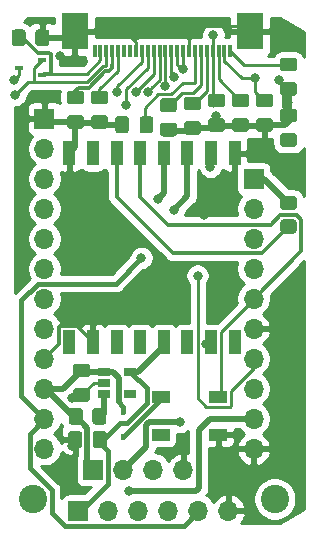
<source format=gbr>
%TF.GenerationSoftware,KiCad,Pcbnew,(5.1.10)-1*%
%TF.CreationDate,2022-01-07T18:41:24+01:00*%
%TF.ProjectId,M5StampC3,4d355374-616d-4704-9333-2e6b69636164,rev?*%
%TF.SameCoordinates,Original*%
%TF.FileFunction,Copper,L1,Top*%
%TF.FilePolarity,Positive*%
%FSLAX46Y46*%
G04 Gerber Fmt 4.6, Leading zero omitted, Abs format (unit mm)*
G04 Created by KiCad (PCBNEW (5.1.10)-1) date 2022-01-07 18:41:24*
%MOMM*%
%LPD*%
G01*
G04 APERTURE LIST*
%TA.AperFunction,SMDPad,CuDef*%
%ADD10R,0.450000X0.600000*%
%TD*%
%TA.AperFunction,ComponentPad*%
%ADD11O,1.700000X1.700000*%
%TD*%
%TA.AperFunction,ComponentPad*%
%ADD12R,1.700000X1.700000*%
%TD*%
%TA.AperFunction,SMDPad,CuDef*%
%ADD13R,1.000000X2.000000*%
%TD*%
%TA.AperFunction,SMDPad,CuDef*%
%ADD14R,1.500000X1.000000*%
%TD*%
%TA.AperFunction,SMDPad,CuDef*%
%ADD15R,1.060000X0.650000*%
%TD*%
%TA.AperFunction,SMDPad,CuDef*%
%ADD16R,2.300000X3.100000*%
%TD*%
%TA.AperFunction,SMDPad,CuDef*%
%ADD17R,0.300000X1.100000*%
%TD*%
%TA.AperFunction,SMDPad,CuDef*%
%ADD18R,0.700000X0.450000*%
%TD*%
%TA.AperFunction,ViaPad*%
%ADD19C,2.400000*%
%TD*%
%TA.AperFunction,ViaPad*%
%ADD20C,0.800000*%
%TD*%
%TA.AperFunction,Conductor*%
%ADD21C,0.500000*%
%TD*%
%TA.AperFunction,Conductor*%
%ADD22C,0.400000*%
%TD*%
%TA.AperFunction,Conductor*%
%ADD23C,0.250000*%
%TD*%
%TA.AperFunction,Conductor*%
%ADD24C,0.300000*%
%TD*%
%TA.AperFunction,Conductor*%
%ADD25C,0.254000*%
%TD*%
%TA.AperFunction,Conductor*%
%ADD26C,0.100000*%
%TD*%
G04 APERTURE END LIST*
D10*
%TO.P,D4,2*%
%TO.N,+5V*%
X123190000Y-75150000D03*
%TO.P,D4,1*%
%TO.N,Net-(D4-Pad1)*%
X123190000Y-77250000D03*
%TD*%
D11*
%TO.P,J6,10*%
%TO.N,GND*%
X134200000Y-78232000D03*
%TO.P,J6,9*%
%TO.N,+5V*%
X134200000Y-75692000D03*
%TO.P,J6,8*%
%TO.N,/D+*%
X134200000Y-73152000D03*
%TO.P,J6,7*%
%TO.N,/D-*%
X134200000Y-70612000D03*
%TO.P,J6,6*%
%TO.N,GND*%
X134200000Y-68072000D03*
%TO.P,J6,5*%
%TO.N,/G9*%
X134200000Y-65532000D03*
%TO.P,J6,4*%
%TO.N,/EN*%
X134200000Y-62992000D03*
%TO.P,J6,3*%
%TO.N,/G20*%
X134200000Y-60452000D03*
%TO.P,J6,2*%
%TO.N,/G21*%
X134200000Y-57912000D03*
D12*
%TO.P,J6,1*%
%TO.N,+3.3VP*%
X134200000Y-55372000D03*
%TD*%
D11*
%TO.P,J5,12*%
%TO.N,/G0*%
X116500000Y-78232000D03*
%TO.P,J5,11*%
%TO.N,/G1*%
X116500000Y-75692000D03*
%TO.P,J5,10*%
%TO.N,+5V*%
X116500000Y-73152000D03*
%TO.P,J5,9*%
%TO.N,GND*%
X116500000Y-70612000D03*
%TO.P,J5,8*%
%TO.N,+5V*%
X116500000Y-68072000D03*
%TO.P,J5,7*%
%TO.N,/EPD_MOSI*%
X116500000Y-65532000D03*
%TO.P,J5,6*%
%TO.N,/EPD_CLK*%
X116500000Y-62992000D03*
%TO.P,J5,5*%
%TO.N,/EPD_CS*%
X116500000Y-60452000D03*
%TO.P,J5,4*%
%TO.N,/EPD_DC*%
X116500000Y-57912000D03*
%TO.P,J5,3*%
%TO.N,/EPD_RST*%
X116500000Y-55372000D03*
%TO.P,J5,2*%
%TO.N,/EPD_BUSY*%
X116500000Y-52832000D03*
D12*
%TO.P,J5,1*%
%TO.N,GND*%
X116500000Y-50292000D03*
%TD*%
D13*
%TO.P,U3,16*%
%TO.N,Net-(D6-Pad2)*%
X132600000Y-69214000D03*
%TO.P,U3,15*%
%TO.N,Net-(D7-Pad2)*%
X130600000Y-69214000D03*
%TO.P,U3,14*%
%TO.N,Net-(D8-Pad2)*%
X128600000Y-69214000D03*
%TO.P,U3,13*%
%TO.N,+3.3VA*%
X126600000Y-69214000D03*
%TO.P,U3,12*%
%TO.N,Net-(U3-Pad12)*%
X124600000Y-69214000D03*
%TO.P,U3,11*%
%TO.N,Net-(U3-Pad11)*%
X122600000Y-69214000D03*
%TO.P,U3,10*%
%TO.N,GND*%
X120600000Y-69214000D03*
%TO.P,U3,9*%
%TO.N,Net-(U3-Pad9)*%
X118600000Y-69214000D03*
%TO.P,U3,8*%
%TO.N,GND*%
X118600000Y-53214000D03*
%TO.P,U3,7*%
%TO.N,Net-(U3-Pad7)*%
X120600000Y-53214000D03*
%TO.P,U3,6*%
%TO.N,Net-(R4-Pad2)*%
X122600000Y-53214000D03*
%TO.P,U3,5*%
%TO.N,/G9*%
X124600000Y-53214000D03*
%TO.P,U3,4*%
%TO.N,/EPD_CLK*%
X126600000Y-53214000D03*
%TO.P,U3,3*%
%TO.N,/EPD_MOSI*%
X128600000Y-53214000D03*
%TO.P,U3,2*%
%TO.N,/G1*%
X130600000Y-53214000D03*
%TO.P,U3,1*%
%TO.N,GND*%
X132600000Y-53214000D03*
%TD*%
%TO.P,R4,2*%
%TO.N,Net-(R4-Pad2)*%
%TA.AperFunction,SMDPad,CuDef*%
G36*
G01*
X136709999Y-58820000D02*
X137610001Y-58820000D01*
G75*
G02*
X137860000Y-59069999I0J-249999D01*
G01*
X137860000Y-59770001D01*
G75*
G02*
X137610001Y-60020000I-249999J0D01*
G01*
X136709999Y-60020000D01*
G75*
G02*
X136460000Y-59770001I0J249999D01*
G01*
X136460000Y-59069999D01*
G75*
G02*
X136709999Y-58820000I249999J0D01*
G01*
G37*
%TD.AperFunction*%
%TO.P,R4,1*%
%TO.N,+3.3VP*%
%TA.AperFunction,SMDPad,CuDef*%
G36*
G01*
X136709999Y-56820000D02*
X137610001Y-56820000D01*
G75*
G02*
X137860000Y-57069999I0J-249999D01*
G01*
X137860000Y-57770001D01*
G75*
G02*
X137610001Y-58020000I-249999J0D01*
G01*
X136709999Y-58020000D01*
G75*
G02*
X136460000Y-57770001I0J249999D01*
G01*
X136460000Y-57069999D01*
G75*
G02*
X136709999Y-56820000I249999J0D01*
G01*
G37*
%TD.AperFunction*%
%TD*%
D14*
%TO.P,D5,1*%
%TO.N,Net-(D4-Pad1)*%
X126328000Y-73838000D03*
%TO.P,D5,2*%
%TO.N,Net-(D5-Pad2)*%
X126328000Y-77038000D03*
%TO.P,D5,4*%
%TO.N,/G9*%
X131228000Y-73838000D03*
%TO.P,D5,3*%
%TO.N,GND*%
X131228000Y-77038000D03*
%TD*%
D11*
%TO.P,J4,4*%
%TO.N,GND*%
X128270000Y-80010000D03*
%TO.P,J4,3*%
%TO.N,/D+*%
X125730000Y-80010000D03*
%TO.P,J4,2*%
%TO.N,/D-*%
X123190000Y-80010000D03*
D12*
%TO.P,J4,1*%
%TO.N,+5V*%
X120650000Y-80010000D03*
%TD*%
D15*
%TO.P,U1,5*%
%TO.N,+3.3VA*%
X123782000Y-71694000D03*
%TO.P,U1,4*%
%TO.N,Net-(U1-Pad4)*%
X123782000Y-73594000D03*
%TO.P,U1,3*%
%TO.N,Net-(R3-Pad2)*%
X121582000Y-73594000D03*
%TO.P,U1,2*%
%TO.N,GND*%
X121582000Y-72644000D03*
%TO.P,U1,1*%
%TO.N,+5V*%
X121582000Y-71694000D03*
%TD*%
%TO.P,R3,2*%
%TO.N,Net-(R3-Pad2)*%
%TA.AperFunction,SMDPad,CuDef*%
G36*
G01*
X120542000Y-75930001D02*
X120542000Y-75029999D01*
G75*
G02*
X120791999Y-74780000I249999J0D01*
G01*
X121492001Y-74780000D01*
G75*
G02*
X121742000Y-75029999I0J-249999D01*
G01*
X121742000Y-75930001D01*
G75*
G02*
X121492001Y-76180000I-249999J0D01*
G01*
X120791999Y-76180000D01*
G75*
G02*
X120542000Y-75930001I0J249999D01*
G01*
G37*
%TD.AperFunction*%
%TO.P,R3,1*%
%TO.N,+5V*%
%TA.AperFunction,SMDPad,CuDef*%
G36*
G01*
X118542000Y-75930001D02*
X118542000Y-75029999D01*
G75*
G02*
X118791999Y-74780000I249999J0D01*
G01*
X119492001Y-74780000D01*
G75*
G02*
X119742000Y-75029999I0J-249999D01*
G01*
X119742000Y-75930001D01*
G75*
G02*
X119492001Y-76180000I-249999J0D01*
G01*
X118791999Y-76180000D01*
G75*
G02*
X118542000Y-75930001I0J249999D01*
G01*
G37*
%TD.AperFunction*%
%TD*%
%TO.P,C14,2*%
%TO.N,GND*%
%TA.AperFunction,SMDPad,CuDef*%
G36*
G01*
X119692000Y-76975000D02*
X119692000Y-77925000D01*
G75*
G02*
X119442000Y-78175000I-250000J0D01*
G01*
X118767000Y-78175000D01*
G75*
G02*
X118517000Y-77925000I0J250000D01*
G01*
X118517000Y-76975000D01*
G75*
G02*
X118767000Y-76725000I250000J0D01*
G01*
X119442000Y-76725000D01*
G75*
G02*
X119692000Y-76975000I0J-250000D01*
G01*
G37*
%TD.AperFunction*%
%TO.P,C14,1*%
%TO.N,+3.3VA*%
%TA.AperFunction,SMDPad,CuDef*%
G36*
G01*
X121767000Y-76975000D02*
X121767000Y-77925000D01*
G75*
G02*
X121517000Y-78175000I-250000J0D01*
G01*
X120842000Y-78175000D01*
G75*
G02*
X120592000Y-77925000I0J250000D01*
G01*
X120592000Y-76975000D01*
G75*
G02*
X120842000Y-76725000I250000J0D01*
G01*
X121517000Y-76725000D01*
G75*
G02*
X121767000Y-76975000I0J-250000D01*
G01*
G37*
%TD.AperFunction*%
%TD*%
%TO.P,C13,2*%
%TO.N,GND*%
%TA.AperFunction,SMDPad,CuDef*%
G36*
G01*
X119159000Y-73094000D02*
X120109000Y-73094000D01*
G75*
G02*
X120359000Y-73344000I0J-250000D01*
G01*
X120359000Y-74019000D01*
G75*
G02*
X120109000Y-74269000I-250000J0D01*
G01*
X119159000Y-74269000D01*
G75*
G02*
X118909000Y-74019000I0J250000D01*
G01*
X118909000Y-73344000D01*
G75*
G02*
X119159000Y-73094000I250000J0D01*
G01*
G37*
%TD.AperFunction*%
%TO.P,C13,1*%
%TO.N,+5V*%
%TA.AperFunction,SMDPad,CuDef*%
G36*
G01*
X119159000Y-71019000D02*
X120109000Y-71019000D01*
G75*
G02*
X120359000Y-71269000I0J-250000D01*
G01*
X120359000Y-71944000D01*
G75*
G02*
X120109000Y-72194000I-250000J0D01*
G01*
X119159000Y-72194000D01*
G75*
G02*
X118909000Y-71944000I0J250000D01*
G01*
X118909000Y-71269000D01*
G75*
G02*
X119159000Y-71019000I250000J0D01*
G01*
G37*
%TD.AperFunction*%
%TD*%
D11*
%TO.P,J3,6*%
%TO.N,GND*%
X132080000Y-83500000D03*
%TO.P,J3,5*%
%TO.N,/G1*%
X129540000Y-83500000D03*
%TO.P,J3,4*%
%TO.N,/EPD_CLK*%
X127000000Y-83500000D03*
%TO.P,J3,3*%
%TO.N,/EPD_MOSI*%
X124460000Y-83500000D03*
%TO.P,J3,2*%
%TO.N,/G0*%
X121920000Y-83500000D03*
D12*
%TO.P,J3,1*%
%TO.N,+3.3VA*%
X119380000Y-83500000D03*
%TD*%
D16*
%TO.P,U2,MP*%
%TO.N,GND*%
X119072000Y-42870000D03*
X133912000Y-42870000D03*
D17*
%TO.P,U2,24*%
%TO.N,Net-(U2-Pad24)*%
X120742000Y-44570000D03*
%TO.P,U2,23*%
%TO.N,Net-(Q1-Pad1)*%
X121242000Y-44570000D03*
%TO.P,U2,22*%
%TO.N,Net-(Q1-Pad2)*%
X121742000Y-44570000D03*
%TO.P,U2,21*%
%TO.N,Net-(C7-Pad2)*%
X122242000Y-44570000D03*
%TO.P,U2,20*%
%TO.N,Net-(C9-Pad2)*%
X122742000Y-44570000D03*
%TO.P,U2,19*%
%TO.N,Net-(U2-Pad19)*%
X123242000Y-44570000D03*
%TO.P,U2,18*%
%TO.N,Net-(U2-Pad18)*%
X123742000Y-44570000D03*
%TO.P,U2,17*%
%TO.N,GND*%
X124242000Y-44570000D03*
%TO.P,U2,16*%
%TO.N,/EPD_BUSY*%
X124742000Y-44570000D03*
%TO.P,U2,15*%
%TO.N,/EPD_RST*%
X125242000Y-44570000D03*
%TO.P,U2,14*%
%TO.N,/EPD_DC*%
X125742000Y-44570000D03*
%TO.P,U2,13*%
%TO.N,/EPD_CS*%
X126242000Y-44570000D03*
%TO.P,U2,12*%
%TO.N,/EPD_CLK*%
X126742000Y-44570000D03*
%TO.P,U2,11*%
%TO.N,/EPD_MOSI*%
X127242000Y-44570000D03*
%TO.P,U2,10*%
%TO.N,+3.3VP*%
X127742000Y-44570000D03*
%TO.P,U2,9*%
X128242000Y-44570000D03*
%TO.P,U2,8*%
%TO.N,GND*%
X128742000Y-44570000D03*
%TO.P,U2,7*%
%TO.N,Net-(C11-Pad2)*%
X129242000Y-44570000D03*
%TO.P,U2,6*%
%TO.N,Net-(C6-Pad2)*%
X129742000Y-44570000D03*
%TO.P,U2,5*%
%TO.N,Net-(C5-Pad2)*%
X130242000Y-44570000D03*
%TO.P,U2,4*%
%TO.N,Net-(C4-Pad2)*%
X130742000Y-44570000D03*
%TO.P,U2,3*%
%TO.N,Net-(C3-Pad2)*%
X131242000Y-44570000D03*
%TO.P,U2,2*%
%TO.N,Net-(C2-Pad2)*%
X131742000Y-44570000D03*
%TO.P,U2,1*%
%TO.N,Net-(C1-Pad2)*%
X132242000Y-44570000D03*
%TD*%
D18*
%TO.P,Q1,3*%
%TO.N,Net-(C10-Pad1)*%
X114316000Y-45974000D03*
%TO.P,Q1,2*%
%TO.N,Net-(Q1-Pad2)*%
X116316000Y-45324000D03*
%TO.P,Q1,1*%
%TO.N,Net-(Q1-Pad1)*%
X116316000Y-46624000D03*
%TD*%
%TO.P,R1,2*%
%TO.N,GND*%
%TA.AperFunction,SMDPad,CuDef*%
G36*
G01*
X115716000Y-43884001D02*
X115716000Y-42983999D01*
G75*
G02*
X115965999Y-42734000I249999J0D01*
G01*
X116666001Y-42734000D01*
G75*
G02*
X116916000Y-42983999I0J-249999D01*
G01*
X116916000Y-43884001D01*
G75*
G02*
X116666001Y-44134000I-249999J0D01*
G01*
X115965999Y-44134000D01*
G75*
G02*
X115716000Y-43884001I0J249999D01*
G01*
G37*
%TD.AperFunction*%
%TO.P,R1,1*%
%TO.N,Net-(Q1-Pad1)*%
%TA.AperFunction,SMDPad,CuDef*%
G36*
G01*
X113716000Y-43884001D02*
X113716000Y-42983999D01*
G75*
G02*
X113965999Y-42734000I249999J0D01*
G01*
X114666001Y-42734000D01*
G75*
G02*
X114916000Y-42983999I0J-249999D01*
G01*
X114916000Y-43884001D01*
G75*
G02*
X114666001Y-44134000I-249999J0D01*
G01*
X113965999Y-44134000D01*
G75*
G02*
X113716000Y-43884001I0J249999D01*
G01*
G37*
%TD.AperFunction*%
%TD*%
%TO.P,C9,2*%
%TO.N,Net-(C9-Pad2)*%
%TA.AperFunction,SMDPad,CuDef*%
G36*
G01*
X121633000Y-49080000D02*
X120683000Y-49080000D01*
G75*
G02*
X120433000Y-48830000I0J250000D01*
G01*
X120433000Y-48155000D01*
G75*
G02*
X120683000Y-47905000I250000J0D01*
G01*
X121633000Y-47905000D01*
G75*
G02*
X121883000Y-48155000I0J-250000D01*
G01*
X121883000Y-48830000D01*
G75*
G02*
X121633000Y-49080000I-250000J0D01*
G01*
G37*
%TD.AperFunction*%
%TO.P,C9,1*%
%TO.N,GND*%
%TA.AperFunction,SMDPad,CuDef*%
G36*
G01*
X121633000Y-51155000D02*
X120683000Y-51155000D01*
G75*
G02*
X120433000Y-50905000I0J250000D01*
G01*
X120433000Y-50230000D01*
G75*
G02*
X120683000Y-49980000I250000J0D01*
G01*
X121633000Y-49980000D01*
G75*
G02*
X121883000Y-50230000I0J-250000D01*
G01*
X121883000Y-50905000D01*
G75*
G02*
X121633000Y-51155000I-250000J0D01*
G01*
G37*
%TD.AperFunction*%
%TD*%
%TO.P,C6,2*%
%TO.N,Net-(C6-Pad2)*%
%TA.AperFunction,SMDPad,CuDef*%
G36*
G01*
X127475000Y-49730000D02*
X126525000Y-49730000D01*
G75*
G02*
X126275000Y-49480000I0J250000D01*
G01*
X126275000Y-48805000D01*
G75*
G02*
X126525000Y-48555000I250000J0D01*
G01*
X127475000Y-48555000D01*
G75*
G02*
X127725000Y-48805000I0J-250000D01*
G01*
X127725000Y-49480000D01*
G75*
G02*
X127475000Y-49730000I-250000J0D01*
G01*
G37*
%TD.AperFunction*%
%TO.P,C6,1*%
%TO.N,GND*%
%TA.AperFunction,SMDPad,CuDef*%
G36*
G01*
X127475000Y-51805000D02*
X126525000Y-51805000D01*
G75*
G02*
X126275000Y-51555000I0J250000D01*
G01*
X126275000Y-50880000D01*
G75*
G02*
X126525000Y-50630000I250000J0D01*
G01*
X127475000Y-50630000D01*
G75*
G02*
X127725000Y-50880000I0J-250000D01*
G01*
X127725000Y-51555000D01*
G75*
G02*
X127475000Y-51805000I-250000J0D01*
G01*
G37*
%TD.AperFunction*%
%TD*%
%TO.P,C4,2*%
%TO.N,Net-(C4-Pad2)*%
%TA.AperFunction,SMDPad,CuDef*%
G36*
G01*
X131539000Y-49334000D02*
X130589000Y-49334000D01*
G75*
G02*
X130339000Y-49084000I0J250000D01*
G01*
X130339000Y-48409000D01*
G75*
G02*
X130589000Y-48159000I250000J0D01*
G01*
X131539000Y-48159000D01*
G75*
G02*
X131789000Y-48409000I0J-250000D01*
G01*
X131789000Y-49084000D01*
G75*
G02*
X131539000Y-49334000I-250000J0D01*
G01*
G37*
%TD.AperFunction*%
%TO.P,C4,1*%
%TO.N,GND*%
%TA.AperFunction,SMDPad,CuDef*%
G36*
G01*
X131539000Y-51409000D02*
X130589000Y-51409000D01*
G75*
G02*
X130339000Y-51159000I0J250000D01*
G01*
X130339000Y-50484000D01*
G75*
G02*
X130589000Y-50234000I250000J0D01*
G01*
X131539000Y-50234000D01*
G75*
G02*
X131789000Y-50484000I0J-250000D01*
G01*
X131789000Y-51159000D01*
G75*
G02*
X131539000Y-51409000I-250000J0D01*
G01*
G37*
%TD.AperFunction*%
%TD*%
%TO.P,C2,2*%
%TO.N,Net-(C2-Pad2)*%
%TA.AperFunction,SMDPad,CuDef*%
G36*
G01*
X135603000Y-49334000D02*
X134653000Y-49334000D01*
G75*
G02*
X134403000Y-49084000I0J250000D01*
G01*
X134403000Y-48409000D01*
G75*
G02*
X134653000Y-48159000I250000J0D01*
G01*
X135603000Y-48159000D01*
G75*
G02*
X135853000Y-48409000I0J-250000D01*
G01*
X135853000Y-49084000D01*
G75*
G02*
X135603000Y-49334000I-250000J0D01*
G01*
G37*
%TD.AperFunction*%
%TO.P,C2,1*%
%TO.N,GND*%
%TA.AperFunction,SMDPad,CuDef*%
G36*
G01*
X135603000Y-51409000D02*
X134653000Y-51409000D01*
G75*
G02*
X134403000Y-51159000I0J250000D01*
G01*
X134403000Y-50484000D01*
G75*
G02*
X134653000Y-50234000I250000J0D01*
G01*
X135603000Y-50234000D01*
G75*
G02*
X135853000Y-50484000I0J-250000D01*
G01*
X135853000Y-51159000D01*
G75*
G02*
X135603000Y-51409000I-250000J0D01*
G01*
G37*
%TD.AperFunction*%
%TD*%
%TO.P,C7,2*%
%TO.N,Net-(C7-Pad2)*%
%TA.AperFunction,SMDPad,CuDef*%
G36*
G01*
X119601000Y-49080000D02*
X118651000Y-49080000D01*
G75*
G02*
X118401000Y-48830000I0J250000D01*
G01*
X118401000Y-48155000D01*
G75*
G02*
X118651000Y-47905000I250000J0D01*
G01*
X119601000Y-47905000D01*
G75*
G02*
X119851000Y-48155000I0J-250000D01*
G01*
X119851000Y-48830000D01*
G75*
G02*
X119601000Y-49080000I-250000J0D01*
G01*
G37*
%TD.AperFunction*%
%TO.P,C7,1*%
%TO.N,GND*%
%TA.AperFunction,SMDPad,CuDef*%
G36*
G01*
X119601000Y-51155000D02*
X118651000Y-51155000D01*
G75*
G02*
X118401000Y-50905000I0J250000D01*
G01*
X118401000Y-50230000D01*
G75*
G02*
X118651000Y-49980000I250000J0D01*
G01*
X119601000Y-49980000D01*
G75*
G02*
X119851000Y-50230000I0J-250000D01*
G01*
X119851000Y-50905000D01*
G75*
G02*
X119601000Y-51155000I-250000J0D01*
G01*
G37*
%TD.AperFunction*%
%TD*%
%TO.P,C8,2*%
%TO.N,+3.3VP*%
%TA.AperFunction,SMDPad,CuDef*%
G36*
G01*
X136685000Y-51504000D02*
X137635000Y-51504000D01*
G75*
G02*
X137885000Y-51754000I0J-250000D01*
G01*
X137885000Y-52429000D01*
G75*
G02*
X137635000Y-52679000I-250000J0D01*
G01*
X136685000Y-52679000D01*
G75*
G02*
X136435000Y-52429000I0J250000D01*
G01*
X136435000Y-51754000D01*
G75*
G02*
X136685000Y-51504000I250000J0D01*
G01*
G37*
%TD.AperFunction*%
%TO.P,C8,1*%
%TO.N,GND*%
%TA.AperFunction,SMDPad,CuDef*%
G36*
G01*
X136685000Y-49429000D02*
X137635000Y-49429000D01*
G75*
G02*
X137885000Y-49679000I0J-250000D01*
G01*
X137885000Y-50354000D01*
G75*
G02*
X137635000Y-50604000I-250000J0D01*
G01*
X136685000Y-50604000D01*
G75*
G02*
X136435000Y-50354000I0J250000D01*
G01*
X136435000Y-49679000D01*
G75*
G02*
X136685000Y-49429000I250000J0D01*
G01*
G37*
%TD.AperFunction*%
%TD*%
%TO.P,C11,2*%
%TO.N,Net-(C11-Pad2)*%
%TA.AperFunction,SMDPad,CuDef*%
G36*
G01*
X124550000Y-51275000D02*
X124550000Y-50325000D01*
G75*
G02*
X124800000Y-50075000I250000J0D01*
G01*
X125475000Y-50075000D01*
G75*
G02*
X125725000Y-50325000I0J-250000D01*
G01*
X125725000Y-51275000D01*
G75*
G02*
X125475000Y-51525000I-250000J0D01*
G01*
X124800000Y-51525000D01*
G75*
G02*
X124550000Y-51275000I0J250000D01*
G01*
G37*
%TD.AperFunction*%
%TO.P,C11,1*%
%TO.N,GND*%
%TA.AperFunction,SMDPad,CuDef*%
G36*
G01*
X122475000Y-51275000D02*
X122475000Y-50325000D01*
G75*
G02*
X122725000Y-50075000I250000J0D01*
G01*
X123400000Y-50075000D01*
G75*
G02*
X123650000Y-50325000I0J-250000D01*
G01*
X123650000Y-51275000D01*
G75*
G02*
X123400000Y-51525000I-250000J0D01*
G01*
X122725000Y-51525000D01*
G75*
G02*
X122475000Y-51275000I0J250000D01*
G01*
G37*
%TD.AperFunction*%
%TD*%
%TO.P,C5,1*%
%TO.N,GND*%
%TA.AperFunction,SMDPad,CuDef*%
G36*
G01*
X129507000Y-51663000D02*
X128557000Y-51663000D01*
G75*
G02*
X128307000Y-51413000I0J250000D01*
G01*
X128307000Y-50738000D01*
G75*
G02*
X128557000Y-50488000I250000J0D01*
G01*
X129507000Y-50488000D01*
G75*
G02*
X129757000Y-50738000I0J-250000D01*
G01*
X129757000Y-51413000D01*
G75*
G02*
X129507000Y-51663000I-250000J0D01*
G01*
G37*
%TD.AperFunction*%
%TO.P,C5,2*%
%TO.N,Net-(C5-Pad2)*%
%TA.AperFunction,SMDPad,CuDef*%
G36*
G01*
X129507000Y-49588000D02*
X128557000Y-49588000D01*
G75*
G02*
X128307000Y-49338000I0J250000D01*
G01*
X128307000Y-48663000D01*
G75*
G02*
X128557000Y-48413000I250000J0D01*
G01*
X129507000Y-48413000D01*
G75*
G02*
X129757000Y-48663000I0J-250000D01*
G01*
X129757000Y-49338000D01*
G75*
G02*
X129507000Y-49588000I-250000J0D01*
G01*
G37*
%TD.AperFunction*%
%TD*%
%TO.P,C3,2*%
%TO.N,Net-(C3-Pad2)*%
%TA.AperFunction,SMDPad,CuDef*%
G36*
G01*
X133571000Y-49334000D02*
X132621000Y-49334000D01*
G75*
G02*
X132371000Y-49084000I0J250000D01*
G01*
X132371000Y-48409000D01*
G75*
G02*
X132621000Y-48159000I250000J0D01*
G01*
X133571000Y-48159000D01*
G75*
G02*
X133821000Y-48409000I0J-250000D01*
G01*
X133821000Y-49084000D01*
G75*
G02*
X133571000Y-49334000I-250000J0D01*
G01*
G37*
%TD.AperFunction*%
%TO.P,C3,1*%
%TO.N,GND*%
%TA.AperFunction,SMDPad,CuDef*%
G36*
G01*
X133571000Y-51409000D02*
X132621000Y-51409000D01*
G75*
G02*
X132371000Y-51159000I0J250000D01*
G01*
X132371000Y-50484000D01*
G75*
G02*
X132621000Y-50234000I250000J0D01*
G01*
X133571000Y-50234000D01*
G75*
G02*
X133821000Y-50484000I0J-250000D01*
G01*
X133821000Y-51159000D01*
G75*
G02*
X133571000Y-51409000I-250000J0D01*
G01*
G37*
%TD.AperFunction*%
%TD*%
%TO.P,C1,2*%
%TO.N,Net-(C1-Pad2)*%
%TA.AperFunction,SMDPad,CuDef*%
G36*
G01*
X137635000Y-46286000D02*
X136685000Y-46286000D01*
G75*
G02*
X136435000Y-46036000I0J250000D01*
G01*
X136435000Y-45361000D01*
G75*
G02*
X136685000Y-45111000I250000J0D01*
G01*
X137635000Y-45111000D01*
G75*
G02*
X137885000Y-45361000I0J-250000D01*
G01*
X137885000Y-46036000D01*
G75*
G02*
X137635000Y-46286000I-250000J0D01*
G01*
G37*
%TD.AperFunction*%
%TO.P,C1,1*%
%TO.N,GND*%
%TA.AperFunction,SMDPad,CuDef*%
G36*
G01*
X137635000Y-48361000D02*
X136685000Y-48361000D01*
G75*
G02*
X136435000Y-48111000I0J250000D01*
G01*
X136435000Y-47436000D01*
G75*
G02*
X136685000Y-47186000I250000J0D01*
G01*
X137635000Y-47186000D01*
G75*
G02*
X137885000Y-47436000I0J-250000D01*
G01*
X137885000Y-48111000D01*
G75*
G02*
X137635000Y-48361000I-250000J0D01*
G01*
G37*
%TD.AperFunction*%
%TD*%
D19*
%TO.N,*%
X115500000Y-82500000D03*
X136000000Y-82500000D03*
D20*
%TO.N,GND*%
X117856000Y-44958000D03*
X118872000Y-77978000D03*
%TO.N,+5V*%
X123653618Y-81773206D03*
%TO.N,GND*%
X122230000Y-42870000D03*
X128778000Y-43180000D03*
X131064000Y-50038000D03*
X121666000Y-67310000D03*
X118872000Y-73914000D03*
X136398000Y-46990000D03*
X130048000Y-58420000D03*
%TO.N,+3.3VP*%
X128270000Y-46100000D03*
X137160000Y-52110000D03*
%TO.N,Net-(C2-Pad2)*%
X134366000Y-46862000D03*
%TO.N,Net-(C4-Pad2)*%
X130810000Y-43180000D03*
%TO.N,Net-(Q1-Pad2)*%
X114046000Y-48260000D03*
%TO.N,Net-(C10-Pad1)*%
X113929000Y-46990000D03*
%TO.N,/EPD_MOSI*%
X127469610Y-57978390D03*
X127467000Y-46790892D03*
%TO.N,/EPD_RST*%
X123407000Y-49163791D03*
%TO.N,/EPD_DC*%
X124237994Y-48046000D03*
%TO.N,/EPD_CS*%
X125237997Y-48046000D03*
%TO.N,/EPD_CLK*%
X126746000Y-47498000D03*
X126087998Y-57074004D03*
%TO.N,/EPD_BUSY*%
X122682000Y-48046000D03*
%TO.N,/G1*%
X130556000Y-54356000D03*
X124714000Y-62069998D03*
%TO.N,/D-*%
X128016000Y-75946000D03*
X129460956Y-63579044D03*
%TO.N,Net-(D6-Pad2)*%
X132600000Y-69214000D03*
%TO.N,Net-(D7-Pad2)*%
X130185957Y-69390041D03*
%TO.N,Net-(D8-Pad2)*%
X128600000Y-69214000D03*
%TD*%
D21*
%TO.N,+5V*%
X119721500Y-71694000D02*
X119634000Y-71606500D01*
X121582000Y-71694000D02*
X119721500Y-71694000D01*
X122297002Y-71694000D02*
X122801999Y-72198997D01*
X121582000Y-71694000D02*
X122297002Y-71694000D01*
X118088500Y-73152000D02*
X119634000Y-71606500D01*
X116500000Y-73152000D02*
X118088500Y-73152000D01*
X116602000Y-73152000D02*
X119142000Y-75692000D01*
X116500000Y-73152000D02*
X116602000Y-73152000D01*
X122801999Y-72198997D02*
X122801999Y-74279001D01*
X120142000Y-79502000D02*
X120650000Y-80010000D01*
X120142000Y-76481966D02*
X120142000Y-79502000D01*
X120091990Y-76431956D02*
X120142000Y-76481966D01*
D22*
X123190000Y-74667002D02*
X122801999Y-74279001D01*
X123190000Y-75150000D02*
X123190000Y-74667002D01*
D21*
X129342792Y-81773206D02*
X123653618Y-81773206D01*
X129570001Y-81545997D02*
X129342792Y-81773206D01*
X129570001Y-76635997D02*
X129570001Y-81545997D01*
X130513998Y-75692000D02*
X129570001Y-76635997D01*
X134200000Y-75692000D02*
X130513998Y-75692000D01*
X120142000Y-76480000D02*
X120142000Y-76481966D01*
X119142000Y-75480000D02*
X120142000Y-76480000D01*
D23*
%TO.N,GND*%
X124242000Y-43784998D02*
X124242000Y-44570000D01*
X123327002Y-42870000D02*
X124242000Y-43784998D01*
X119072000Y-42870000D02*
X122230000Y-42870000D01*
X122230000Y-42870000D02*
X123327002Y-42870000D01*
X129503001Y-42454999D02*
X128778000Y-43180000D01*
X133496999Y-42454999D02*
X129503001Y-42454999D01*
X133912000Y-42870000D02*
X133496999Y-42454999D01*
X128742000Y-43216000D02*
X128778000Y-43180000D01*
X128742000Y-44570000D02*
X128742000Y-43216000D01*
D21*
X118508000Y-43434000D02*
X119072000Y-42870000D01*
X116316000Y-43434000D02*
X118508000Y-43434000D01*
X128778000Y-51329500D02*
X129032000Y-51075500D01*
X127000000Y-51329500D02*
X128778000Y-51329500D01*
X130810000Y-51075500D02*
X131064000Y-50821500D01*
X129032000Y-51075500D02*
X130810000Y-51075500D01*
X121390500Y-50800000D02*
X121158000Y-50567500D01*
X123062500Y-50800000D02*
X121390500Y-50800000D01*
X131064000Y-50038000D02*
X131064000Y-50821500D01*
X116775500Y-50567500D02*
X116500000Y-50292000D01*
X119126000Y-50567500D02*
X116775500Y-50567500D01*
X136863000Y-50821500D02*
X137668000Y-50016500D01*
X135128000Y-50821500D02*
X136863000Y-50821500D01*
X136906000Y-49254500D02*
X137668000Y-50016500D01*
X136906000Y-47773500D02*
X136906000Y-49254500D01*
D24*
X117749999Y-69362001D02*
X116500000Y-70612000D01*
X117749999Y-67933999D02*
X117749999Y-69362001D01*
X119249999Y-67863999D02*
X117819999Y-67863999D01*
X117819999Y-67863999D02*
X117749999Y-67933999D01*
X120600000Y-69214000D02*
X119249999Y-67863999D01*
D23*
X119104500Y-73681500D02*
X118872000Y-73914000D01*
X119634000Y-73681500D02*
X119104500Y-73681500D01*
X120671500Y-72644000D02*
X121582000Y-72644000D01*
X119634000Y-73681500D02*
X120671500Y-72644000D01*
X136398000Y-47011500D02*
X137160000Y-47773500D01*
X136398000Y-46990000D02*
X136398000Y-47011500D01*
D21*
X119126000Y-52688000D02*
X118600000Y-53214000D01*
X119126000Y-50567500D02*
X119126000Y-52688000D01*
D23*
%TO.N,Net-(C7-Pad2)*%
X122192010Y-45404992D02*
X122192009Y-45998811D01*
X122242000Y-45355002D02*
X122192010Y-45404992D01*
X122242000Y-44570000D02*
X122242000Y-45355002D01*
D24*
X122217010Y-46009165D02*
X122217010Y-45738009D01*
X121938755Y-46287420D02*
X122217010Y-46009165D01*
X121617756Y-46287420D02*
X121938755Y-46287420D01*
X119381989Y-47649011D02*
X120256165Y-47649011D01*
X119126000Y-47905000D02*
X119381989Y-47649011D01*
X120256165Y-47649011D02*
X121617756Y-46287420D01*
X119126000Y-48492500D02*
X119126000Y-47905000D01*
D23*
%TO.N,+3.3VP*%
X128242000Y-44570000D02*
X128242000Y-45692000D01*
X127742000Y-45700000D02*
X128242000Y-46200000D01*
X127742000Y-44570000D02*
X127742000Y-45700000D01*
X128242000Y-44570000D02*
X128242000Y-46200000D01*
D21*
X135112000Y-55372000D02*
X137160000Y-57420000D01*
X134200000Y-55372000D02*
X135112000Y-55372000D01*
D23*
%TO.N,Net-(C1-Pad2)*%
X133370500Y-45698500D02*
X136906000Y-45698500D01*
X132242000Y-44570000D02*
X133370500Y-45698500D01*
%TO.N,Net-(C2-Pad2)*%
X131742000Y-44570000D02*
X131742000Y-45488910D01*
X133234000Y-46862000D02*
X134366000Y-46862000D01*
X131742000Y-45370000D02*
X133234000Y-46862000D01*
X131742000Y-44570000D02*
X131742000Y-45370000D01*
X134366000Y-47984500D02*
X135128000Y-48746500D01*
X134366000Y-46862000D02*
X134366000Y-47984500D01*
%TO.N,Net-(C3-Pad2)*%
X131242000Y-46892500D02*
X131242000Y-44570000D01*
X133096000Y-48746500D02*
X131242000Y-46892500D01*
%TO.N,Net-(C4-Pad2)*%
X130742000Y-49186500D02*
X130742000Y-44570000D01*
X130742000Y-43248000D02*
X130810000Y-43180000D01*
X130742000Y-44570000D02*
X130742000Y-43248000D01*
%TO.N,Net-(C6-Pad2)*%
X129742000Y-44570000D02*
X129742000Y-47446000D01*
X128166510Y-48087990D02*
X127000000Y-49254500D01*
X129100010Y-48087990D02*
X128166510Y-48087990D01*
X129742000Y-47446000D02*
X129100010Y-48087990D01*
%TO.N,Net-(C9-Pad2)*%
X122742000Y-44570000D02*
X122742000Y-46208000D01*
X121158000Y-47792000D02*
X122742000Y-46208000D01*
X121158000Y-48350500D02*
X121300000Y-48492500D01*
X121158000Y-47792000D02*
X121158000Y-48350500D01*
%TO.N,Net-(C11-Pad2)*%
X124989500Y-49639310D02*
X124989500Y-50800000D01*
X124989500Y-49367499D02*
X124989500Y-49639310D01*
X128194611Y-47227083D02*
X127198693Y-48223001D01*
X127198693Y-48223001D02*
X126133997Y-48223001D01*
X129266999Y-47227083D02*
X128194611Y-47227083D01*
X129266999Y-44594999D02*
X129266999Y-47227083D01*
X126133997Y-48223001D02*
X124989500Y-49367499D01*
X129242000Y-44570000D02*
X129266999Y-44594999D01*
%TO.N,Net-(Q1-Pad2)*%
X121742000Y-45812410D02*
X121742000Y-44570000D01*
X115640999Y-47109001D02*
X115640999Y-45999001D01*
X115705999Y-47174001D02*
X115640999Y-47109001D01*
X120059411Y-47174001D02*
X115705999Y-47174001D01*
X115640999Y-45999001D02*
X116316000Y-45324000D01*
X121421002Y-45812410D02*
X120059411Y-47174001D01*
X121742000Y-45812410D02*
X121421002Y-45812410D01*
X115131999Y-47174001D02*
X114046000Y-48260000D01*
X115705999Y-47174001D02*
X115131999Y-47174001D01*
%TO.N,Net-(Q1-Pad1)*%
X121242000Y-45355002D02*
X121242000Y-44570000D01*
X120115002Y-46482000D02*
X121242000Y-45355002D01*
X116926001Y-44773999D02*
X116991001Y-44838999D01*
X114316000Y-43434000D02*
X114316000Y-43450000D01*
D24*
X116458000Y-46482000D02*
X116316000Y-46624000D01*
X116840000Y-46482000D02*
X116458000Y-46482000D01*
X115937454Y-44704000D02*
X116901002Y-44704000D01*
X114667454Y-43434000D02*
X115937454Y-44704000D01*
X117016001Y-44818999D02*
X117016001Y-46404001D01*
X116901002Y-44704000D02*
X117016001Y-44818999D01*
X114316000Y-43434000D02*
X114667454Y-43434000D01*
X117016001Y-46404001D02*
X117094000Y-46482000D01*
D23*
X117094000Y-46482000D02*
X116840000Y-46482000D01*
X120115002Y-46482000D02*
X117094000Y-46482000D01*
%TO.N,Net-(C5-Pad2)*%
X130242000Y-47942810D02*
X129184310Y-49000500D01*
X129184310Y-49000500D02*
X129032000Y-49000500D01*
X130242000Y-44570000D02*
X130242000Y-47942810D01*
%TO.N,Net-(C10-Pad1)*%
X114316000Y-46603000D02*
X113929000Y-46990000D01*
X114316000Y-45974000D02*
X114316000Y-46603000D01*
%TO.N,/EPD_MOSI*%
X127242000Y-46669470D02*
X127469610Y-46897080D01*
D21*
X128600000Y-56848000D02*
X127469610Y-57978390D01*
X128600000Y-53214000D02*
X128600000Y-56848000D01*
D23*
X127242000Y-46216000D02*
X127242000Y-46565892D01*
X127242000Y-46565892D02*
X127467000Y-46790892D01*
X127242000Y-44570000D02*
X127242000Y-46216000D01*
X127242000Y-46216000D02*
X127242000Y-46669470D01*
%TO.N,/EPD_RST*%
X125242000Y-44570000D02*
X125242000Y-45968992D01*
X125242000Y-45968992D02*
X123407000Y-47803992D01*
X123407000Y-47803992D02*
X123407000Y-49163791D01*
%TO.N,/EPD_DC*%
X125742000Y-46510000D02*
X124237994Y-48014006D01*
X124237994Y-48014006D02*
X124237994Y-48046000D01*
X125742000Y-44570000D02*
X125742000Y-46510000D01*
%TO.N,/EPD_CS*%
X126242000Y-44570000D02*
X126242000Y-46968998D01*
X126242000Y-46968998D02*
X125512999Y-47697999D01*
X125512999Y-47697999D02*
X125512999Y-47770998D01*
X125512999Y-47770998D02*
X125237997Y-48046000D01*
%TO.N,/EPD_CLK*%
X126742000Y-44570000D02*
X126742000Y-47542000D01*
D21*
X126600000Y-56562002D02*
X126087998Y-57074004D01*
X126600000Y-53214000D02*
X126600000Y-56562002D01*
D23*
%TO.N,/EPD_BUSY*%
X122682000Y-48046000D02*
X122682000Y-47538000D01*
X122682000Y-47538000D02*
X124742000Y-45478000D01*
X124742000Y-45478000D02*
X124742000Y-44570000D01*
%TO.N,/G1*%
X130556000Y-53258000D02*
X130600000Y-53214000D01*
X130556000Y-54356000D02*
X130556000Y-53258000D01*
D22*
X115249999Y-79881997D02*
X117100001Y-81731999D01*
X115249999Y-76942001D02*
X115249999Y-79881997D01*
X116500000Y-75692000D02*
X115249999Y-76942001D01*
X128289999Y-84750001D02*
X129540000Y-83500000D01*
X117100001Y-83640003D02*
X118209999Y-84750001D01*
X118209999Y-84750001D02*
X128289999Y-84750001D01*
X117100001Y-81731999D02*
X117100001Y-83640003D01*
X122541997Y-64242001D02*
X124714000Y-62069998D01*
X114554000Y-65627998D02*
X115939997Y-64242001D01*
X114554000Y-73746000D02*
X114554000Y-65627998D01*
X115939997Y-64242001D02*
X122541997Y-64242001D01*
X116500000Y-75692000D02*
X114554000Y-73746000D01*
D21*
%TO.N,+3.3VA*%
X126600000Y-69524002D02*
X126600000Y-69214000D01*
X124430002Y-71694000D02*
X126600000Y-69524002D01*
X123782000Y-71694000D02*
X124430002Y-71694000D01*
D22*
X125177999Y-73089999D02*
X125177999Y-74360205D01*
X123782000Y-71694000D02*
X125177999Y-73089999D01*
D24*
X121179500Y-77303046D02*
X121179500Y-77724000D01*
D22*
X125177999Y-74360205D02*
X123518102Y-76020102D01*
X122883398Y-76020102D02*
X123518102Y-76020102D01*
X121179500Y-77724000D02*
X122883398Y-76020102D01*
X121900001Y-78444501D02*
X121179500Y-77724000D01*
X121900001Y-81180001D02*
X121900001Y-78444501D01*
X119380000Y-83500000D02*
X119580002Y-83500000D01*
X119580002Y-83500000D02*
X121900001Y-81180001D01*
D21*
%TO.N,/D-*%
X125359998Y-75946000D02*
X128016000Y-75946000D01*
X125127999Y-76177999D02*
X125359998Y-75946000D01*
X125127999Y-78072001D02*
X125127999Y-76177999D01*
X123190000Y-80010000D02*
X125127999Y-78072001D01*
D23*
X129460956Y-73905958D02*
X129460956Y-63579044D01*
X130217999Y-74663001D02*
X129460956Y-73905958D01*
X132238001Y-74663001D02*
X130217999Y-74663001D01*
X132303001Y-74598001D02*
X132238001Y-74663001D01*
X132303001Y-73309997D02*
X132303001Y-74598001D01*
X134200000Y-71412998D02*
X132303001Y-73309997D01*
X134200000Y-70612000D02*
X134200000Y-71412998D01*
%TO.N,/G9*%
X131425001Y-68306999D02*
X134200000Y-65532000D01*
X131425001Y-73640999D02*
X131425001Y-68306999D01*
X131228000Y-73838000D02*
X131425001Y-73640999D01*
D24*
X138210010Y-61521990D02*
X134200000Y-65532000D01*
X138210010Y-58821464D02*
X138210010Y-61521990D01*
X137858536Y-58469990D02*
X138210010Y-58821464D01*
X136461464Y-58469990D02*
X137858536Y-58469990D01*
X135679455Y-59251999D02*
X136461464Y-58469990D01*
X124600000Y-56921998D02*
X126930001Y-59251999D01*
X124600000Y-53214000D02*
X124600000Y-56921998D01*
X126930001Y-59251999D02*
X135679455Y-59251999D01*
D21*
%TO.N,Net-(R3-Pad2)*%
X121582000Y-75252000D02*
X121142000Y-75692000D01*
X121582000Y-73594000D02*
X121582000Y-75252000D01*
D22*
%TO.N,Net-(D4-Pad1)*%
X126328000Y-74058746D02*
X123163373Y-77223373D01*
X126328000Y-73838000D02*
X126328000Y-74058746D01*
%TO.N,/G21*%
X134510990Y-57821490D02*
X134591510Y-57902010D01*
D24*
%TO.N,Net-(R4-Pad2)*%
X134927999Y-61652001D02*
X137160000Y-59420000D01*
X127351459Y-61652001D02*
X134927999Y-61652001D01*
X122600000Y-56900542D02*
X127351459Y-61652001D01*
X122600000Y-53214000D02*
X122600000Y-56900542D01*
%TD*%
D25*
%TO.N,GND*%
X138466000Y-83354031D02*
X136456949Y-84548000D01*
X133124967Y-84548000D01*
X133275178Y-84381355D01*
X133424157Y-84131252D01*
X133521481Y-83856891D01*
X133400814Y-83627000D01*
X132207000Y-83627000D01*
X132207000Y-83647000D01*
X131953000Y-83647000D01*
X131953000Y-83627000D01*
X131933000Y-83627000D01*
X131933000Y-83373000D01*
X131953000Y-83373000D01*
X131953000Y-82179845D01*
X132207000Y-82179845D01*
X132207000Y-83373000D01*
X133400814Y-83373000D01*
X133521481Y-83143109D01*
X133424157Y-82868748D01*
X133275178Y-82618645D01*
X133080269Y-82402412D01*
X132968800Y-82319268D01*
X134165000Y-82319268D01*
X134165000Y-82680732D01*
X134235518Y-83035250D01*
X134373844Y-83369199D01*
X134574662Y-83669744D01*
X134830256Y-83925338D01*
X135130801Y-84126156D01*
X135464750Y-84264482D01*
X135819268Y-84335000D01*
X136180732Y-84335000D01*
X136535250Y-84264482D01*
X136869199Y-84126156D01*
X137169744Y-83925338D01*
X137425338Y-83669744D01*
X137626156Y-83369199D01*
X137764482Y-83035250D01*
X137835000Y-82680732D01*
X137835000Y-82319268D01*
X137764482Y-81964750D01*
X137626156Y-81630801D01*
X137425338Y-81330256D01*
X137169744Y-81074662D01*
X136869199Y-80873844D01*
X136535250Y-80735518D01*
X136180732Y-80665000D01*
X135819268Y-80665000D01*
X135464750Y-80735518D01*
X135130801Y-80873844D01*
X134830256Y-81074662D01*
X134574662Y-81330256D01*
X134373844Y-81630801D01*
X134235518Y-81964750D01*
X134165000Y-82319268D01*
X132968800Y-82319268D01*
X132846920Y-82228359D01*
X132584099Y-82103175D01*
X132436890Y-82058524D01*
X132207000Y-82179845D01*
X131953000Y-82179845D01*
X131723110Y-82058524D01*
X131575901Y-82103175D01*
X131313080Y-82228359D01*
X131079731Y-82402412D01*
X130884822Y-82618645D01*
X130815195Y-82735534D01*
X130693475Y-82553368D01*
X130486632Y-82346525D01*
X130243411Y-82184010D01*
X130204499Y-82167892D01*
X130309412Y-82040056D01*
X130391590Y-81886310D01*
X130442196Y-81719487D01*
X130455001Y-81589474D01*
X130455001Y-81589464D01*
X130459282Y-81545998D01*
X130455001Y-81502531D01*
X130455001Y-78588890D01*
X132758524Y-78588890D01*
X132803175Y-78736099D01*
X132928359Y-78998920D01*
X133102412Y-79232269D01*
X133318645Y-79427178D01*
X133568748Y-79576157D01*
X133843109Y-79673481D01*
X134073000Y-79552814D01*
X134073000Y-78359000D01*
X134327000Y-78359000D01*
X134327000Y-79552814D01*
X134556891Y-79673481D01*
X134831252Y-79576157D01*
X135081355Y-79427178D01*
X135297588Y-79232269D01*
X135471641Y-78998920D01*
X135596825Y-78736099D01*
X135641476Y-78588890D01*
X135520155Y-78359000D01*
X134327000Y-78359000D01*
X134073000Y-78359000D01*
X132879845Y-78359000D01*
X132758524Y-78588890D01*
X130455001Y-78588890D01*
X130455001Y-78173807D01*
X130478000Y-78176072D01*
X130942250Y-78173000D01*
X131101000Y-78014250D01*
X131101000Y-77165000D01*
X131355000Y-77165000D01*
X131355000Y-78014250D01*
X131513750Y-78173000D01*
X131978000Y-78176072D01*
X132102482Y-78163812D01*
X132222180Y-78127502D01*
X132332494Y-78068537D01*
X132429185Y-77989185D01*
X132508537Y-77892494D01*
X132567502Y-77782180D01*
X132603812Y-77662482D01*
X132616072Y-77538000D01*
X132613000Y-77323750D01*
X132454250Y-77165000D01*
X131355000Y-77165000D01*
X131101000Y-77165000D01*
X131081000Y-77165000D01*
X131081000Y-76911000D01*
X131101000Y-76911000D01*
X131101000Y-76891000D01*
X131355000Y-76891000D01*
X131355000Y-76911000D01*
X132454250Y-76911000D01*
X132613000Y-76752250D01*
X132615513Y-76577000D01*
X133005344Y-76577000D01*
X133046525Y-76638632D01*
X133253368Y-76845475D01*
X133435534Y-76967195D01*
X133318645Y-77036822D01*
X133102412Y-77231731D01*
X132928359Y-77465080D01*
X132803175Y-77727901D01*
X132758524Y-77875110D01*
X132879845Y-78105000D01*
X134073000Y-78105000D01*
X134073000Y-78085000D01*
X134327000Y-78085000D01*
X134327000Y-78105000D01*
X135520155Y-78105000D01*
X135641476Y-77875110D01*
X135596825Y-77727901D01*
X135471641Y-77465080D01*
X135297588Y-77231731D01*
X135081355Y-77036822D01*
X134964466Y-76967195D01*
X135146632Y-76845475D01*
X135353475Y-76638632D01*
X135515990Y-76395411D01*
X135627932Y-76125158D01*
X135685000Y-75838260D01*
X135685000Y-75545740D01*
X135627932Y-75258842D01*
X135515990Y-74988589D01*
X135353475Y-74745368D01*
X135146632Y-74538525D01*
X134972240Y-74422000D01*
X135146632Y-74305475D01*
X135353475Y-74098632D01*
X135515990Y-73855411D01*
X135627932Y-73585158D01*
X135685000Y-73298260D01*
X135685000Y-73005740D01*
X135627932Y-72718842D01*
X135515990Y-72448589D01*
X135353475Y-72205368D01*
X135146632Y-71998525D01*
X134972240Y-71882000D01*
X135146632Y-71765475D01*
X135353475Y-71558632D01*
X135515990Y-71315411D01*
X135627932Y-71045158D01*
X135685000Y-70758260D01*
X135685000Y-70465740D01*
X135627932Y-70178842D01*
X135515990Y-69908589D01*
X135353475Y-69665368D01*
X135146632Y-69458525D01*
X134964466Y-69336805D01*
X135081355Y-69267178D01*
X135297588Y-69072269D01*
X135471641Y-68838920D01*
X135596825Y-68576099D01*
X135641476Y-68428890D01*
X135520155Y-68199000D01*
X134327000Y-68199000D01*
X134327000Y-68219000D01*
X134073000Y-68219000D01*
X134073000Y-68199000D01*
X134053000Y-68199000D01*
X134053000Y-67945000D01*
X134073000Y-67945000D01*
X134073000Y-67925000D01*
X134327000Y-67925000D01*
X134327000Y-67945000D01*
X135520155Y-67945000D01*
X135641476Y-67715110D01*
X135596825Y-67567901D01*
X135471641Y-67305080D01*
X135297588Y-67071731D01*
X135081355Y-66876822D01*
X134964466Y-66807195D01*
X135146632Y-66685475D01*
X135353475Y-66478632D01*
X135515990Y-66235411D01*
X135627932Y-65965158D01*
X135685000Y-65678260D01*
X135685000Y-65385740D01*
X135647075Y-65195082D01*
X138466001Y-62376156D01*
X138466000Y-83354031D01*
%TA.AperFunction,Conductor*%
D26*
G36*
X138466000Y-83354031D02*
G01*
X136456949Y-84548000D01*
X133124967Y-84548000D01*
X133275178Y-84381355D01*
X133424157Y-84131252D01*
X133521481Y-83856891D01*
X133400814Y-83627000D01*
X132207000Y-83627000D01*
X132207000Y-83647000D01*
X131953000Y-83647000D01*
X131953000Y-83627000D01*
X131933000Y-83627000D01*
X131933000Y-83373000D01*
X131953000Y-83373000D01*
X131953000Y-82179845D01*
X132207000Y-82179845D01*
X132207000Y-83373000D01*
X133400814Y-83373000D01*
X133521481Y-83143109D01*
X133424157Y-82868748D01*
X133275178Y-82618645D01*
X133080269Y-82402412D01*
X132968800Y-82319268D01*
X134165000Y-82319268D01*
X134165000Y-82680732D01*
X134235518Y-83035250D01*
X134373844Y-83369199D01*
X134574662Y-83669744D01*
X134830256Y-83925338D01*
X135130801Y-84126156D01*
X135464750Y-84264482D01*
X135819268Y-84335000D01*
X136180732Y-84335000D01*
X136535250Y-84264482D01*
X136869199Y-84126156D01*
X137169744Y-83925338D01*
X137425338Y-83669744D01*
X137626156Y-83369199D01*
X137764482Y-83035250D01*
X137835000Y-82680732D01*
X137835000Y-82319268D01*
X137764482Y-81964750D01*
X137626156Y-81630801D01*
X137425338Y-81330256D01*
X137169744Y-81074662D01*
X136869199Y-80873844D01*
X136535250Y-80735518D01*
X136180732Y-80665000D01*
X135819268Y-80665000D01*
X135464750Y-80735518D01*
X135130801Y-80873844D01*
X134830256Y-81074662D01*
X134574662Y-81330256D01*
X134373844Y-81630801D01*
X134235518Y-81964750D01*
X134165000Y-82319268D01*
X132968800Y-82319268D01*
X132846920Y-82228359D01*
X132584099Y-82103175D01*
X132436890Y-82058524D01*
X132207000Y-82179845D01*
X131953000Y-82179845D01*
X131723110Y-82058524D01*
X131575901Y-82103175D01*
X131313080Y-82228359D01*
X131079731Y-82402412D01*
X130884822Y-82618645D01*
X130815195Y-82735534D01*
X130693475Y-82553368D01*
X130486632Y-82346525D01*
X130243411Y-82184010D01*
X130204499Y-82167892D01*
X130309412Y-82040056D01*
X130391590Y-81886310D01*
X130442196Y-81719487D01*
X130455001Y-81589474D01*
X130455001Y-81589464D01*
X130459282Y-81545998D01*
X130455001Y-81502531D01*
X130455001Y-78588890D01*
X132758524Y-78588890D01*
X132803175Y-78736099D01*
X132928359Y-78998920D01*
X133102412Y-79232269D01*
X133318645Y-79427178D01*
X133568748Y-79576157D01*
X133843109Y-79673481D01*
X134073000Y-79552814D01*
X134073000Y-78359000D01*
X134327000Y-78359000D01*
X134327000Y-79552814D01*
X134556891Y-79673481D01*
X134831252Y-79576157D01*
X135081355Y-79427178D01*
X135297588Y-79232269D01*
X135471641Y-78998920D01*
X135596825Y-78736099D01*
X135641476Y-78588890D01*
X135520155Y-78359000D01*
X134327000Y-78359000D01*
X134073000Y-78359000D01*
X132879845Y-78359000D01*
X132758524Y-78588890D01*
X130455001Y-78588890D01*
X130455001Y-78173807D01*
X130478000Y-78176072D01*
X130942250Y-78173000D01*
X131101000Y-78014250D01*
X131101000Y-77165000D01*
X131355000Y-77165000D01*
X131355000Y-78014250D01*
X131513750Y-78173000D01*
X131978000Y-78176072D01*
X132102482Y-78163812D01*
X132222180Y-78127502D01*
X132332494Y-78068537D01*
X132429185Y-77989185D01*
X132508537Y-77892494D01*
X132567502Y-77782180D01*
X132603812Y-77662482D01*
X132616072Y-77538000D01*
X132613000Y-77323750D01*
X132454250Y-77165000D01*
X131355000Y-77165000D01*
X131101000Y-77165000D01*
X131081000Y-77165000D01*
X131081000Y-76911000D01*
X131101000Y-76911000D01*
X131101000Y-76891000D01*
X131355000Y-76891000D01*
X131355000Y-76911000D01*
X132454250Y-76911000D01*
X132613000Y-76752250D01*
X132615513Y-76577000D01*
X133005344Y-76577000D01*
X133046525Y-76638632D01*
X133253368Y-76845475D01*
X133435534Y-76967195D01*
X133318645Y-77036822D01*
X133102412Y-77231731D01*
X132928359Y-77465080D01*
X132803175Y-77727901D01*
X132758524Y-77875110D01*
X132879845Y-78105000D01*
X134073000Y-78105000D01*
X134073000Y-78085000D01*
X134327000Y-78085000D01*
X134327000Y-78105000D01*
X135520155Y-78105000D01*
X135641476Y-77875110D01*
X135596825Y-77727901D01*
X135471641Y-77465080D01*
X135297588Y-77231731D01*
X135081355Y-77036822D01*
X134964466Y-76967195D01*
X135146632Y-76845475D01*
X135353475Y-76638632D01*
X135515990Y-76395411D01*
X135627932Y-76125158D01*
X135685000Y-75838260D01*
X135685000Y-75545740D01*
X135627932Y-75258842D01*
X135515990Y-74988589D01*
X135353475Y-74745368D01*
X135146632Y-74538525D01*
X134972240Y-74422000D01*
X135146632Y-74305475D01*
X135353475Y-74098632D01*
X135515990Y-73855411D01*
X135627932Y-73585158D01*
X135685000Y-73298260D01*
X135685000Y-73005740D01*
X135627932Y-72718842D01*
X135515990Y-72448589D01*
X135353475Y-72205368D01*
X135146632Y-71998525D01*
X134972240Y-71882000D01*
X135146632Y-71765475D01*
X135353475Y-71558632D01*
X135515990Y-71315411D01*
X135627932Y-71045158D01*
X135685000Y-70758260D01*
X135685000Y-70465740D01*
X135627932Y-70178842D01*
X135515990Y-69908589D01*
X135353475Y-69665368D01*
X135146632Y-69458525D01*
X134964466Y-69336805D01*
X135081355Y-69267178D01*
X135297588Y-69072269D01*
X135471641Y-68838920D01*
X135596825Y-68576099D01*
X135641476Y-68428890D01*
X135520155Y-68199000D01*
X134327000Y-68199000D01*
X134327000Y-68219000D01*
X134073000Y-68219000D01*
X134073000Y-68199000D01*
X134053000Y-68199000D01*
X134053000Y-67945000D01*
X134073000Y-67945000D01*
X134073000Y-67925000D01*
X134327000Y-67925000D01*
X134327000Y-67945000D01*
X135520155Y-67945000D01*
X135641476Y-67715110D01*
X135596825Y-67567901D01*
X135471641Y-67305080D01*
X135297588Y-67071731D01*
X135081355Y-66876822D01*
X134964466Y-66807195D01*
X135146632Y-66685475D01*
X135353475Y-66478632D01*
X135515990Y-66235411D01*
X135627932Y-65965158D01*
X135685000Y-65678260D01*
X135685000Y-65385740D01*
X135647075Y-65195082D01*
X138466001Y-62376156D01*
X138466000Y-83354031D01*
G37*
%TD.AperFunction*%
D25*
X117971528Y-76269851D02*
X118010000Y-76341826D01*
X117986463Y-76370506D01*
X117927498Y-76480820D01*
X117891188Y-76600518D01*
X117878928Y-76725000D01*
X117882000Y-77164250D01*
X118040750Y-77323000D01*
X118977500Y-77323000D01*
X118977500Y-77303000D01*
X119231500Y-77303000D01*
X119231500Y-77323000D01*
X119251500Y-77323000D01*
X119251500Y-77577000D01*
X119231500Y-77577000D01*
X119231500Y-78651250D01*
X119257001Y-78676751D01*
X119257001Y-78828821D01*
X119210498Y-78915820D01*
X119174188Y-79035518D01*
X119161928Y-79160000D01*
X119161928Y-80860000D01*
X119174188Y-80984482D01*
X119210498Y-81104180D01*
X119269463Y-81214494D01*
X119348815Y-81311185D01*
X119445506Y-81390537D01*
X119555820Y-81449502D01*
X119675518Y-81485812D01*
X119800000Y-81498072D01*
X120401062Y-81498072D01*
X119887207Y-82011928D01*
X118530000Y-82011928D01*
X118405518Y-82024188D01*
X118285820Y-82060498D01*
X118175506Y-82119463D01*
X118078815Y-82198815D01*
X117999463Y-82295506D01*
X117940498Y-82405820D01*
X117935001Y-82423941D01*
X117935001Y-81773017D01*
X117939041Y-81731999D01*
X117922919Y-81568310D01*
X117875173Y-81410912D01*
X117797637Y-81265853D01*
X117719440Y-81170569D01*
X117719438Y-81170567D01*
X117693292Y-81138708D01*
X117661434Y-81112563D01*
X116244051Y-79695181D01*
X116353740Y-79717000D01*
X116646260Y-79717000D01*
X116933158Y-79659932D01*
X117203411Y-79547990D01*
X117446632Y-79385475D01*
X117653475Y-79178632D01*
X117815990Y-78935411D01*
X117927932Y-78665158D01*
X117963473Y-78486483D01*
X117986463Y-78529494D01*
X118065815Y-78626185D01*
X118162506Y-78705537D01*
X118272820Y-78764502D01*
X118392518Y-78800812D01*
X118517000Y-78813072D01*
X118818750Y-78810000D01*
X118977500Y-78651250D01*
X118977500Y-77577000D01*
X118040750Y-77577000D01*
X117896000Y-77721750D01*
X117815990Y-77528589D01*
X117653475Y-77285368D01*
X117446632Y-77078525D01*
X117272240Y-76962000D01*
X117446632Y-76845475D01*
X117653475Y-76638632D01*
X117815990Y-76395411D01*
X117927761Y-76125570D01*
X117971528Y-76269851D01*
%TA.AperFunction,Conductor*%
D26*
G36*
X117971528Y-76269851D02*
G01*
X118010000Y-76341826D01*
X117986463Y-76370506D01*
X117927498Y-76480820D01*
X117891188Y-76600518D01*
X117878928Y-76725000D01*
X117882000Y-77164250D01*
X118040750Y-77323000D01*
X118977500Y-77323000D01*
X118977500Y-77303000D01*
X119231500Y-77303000D01*
X119231500Y-77323000D01*
X119251500Y-77323000D01*
X119251500Y-77577000D01*
X119231500Y-77577000D01*
X119231500Y-78651250D01*
X119257001Y-78676751D01*
X119257001Y-78828821D01*
X119210498Y-78915820D01*
X119174188Y-79035518D01*
X119161928Y-79160000D01*
X119161928Y-80860000D01*
X119174188Y-80984482D01*
X119210498Y-81104180D01*
X119269463Y-81214494D01*
X119348815Y-81311185D01*
X119445506Y-81390537D01*
X119555820Y-81449502D01*
X119675518Y-81485812D01*
X119800000Y-81498072D01*
X120401062Y-81498072D01*
X119887207Y-82011928D01*
X118530000Y-82011928D01*
X118405518Y-82024188D01*
X118285820Y-82060498D01*
X118175506Y-82119463D01*
X118078815Y-82198815D01*
X117999463Y-82295506D01*
X117940498Y-82405820D01*
X117935001Y-82423941D01*
X117935001Y-81773017D01*
X117939041Y-81731999D01*
X117922919Y-81568310D01*
X117875173Y-81410912D01*
X117797637Y-81265853D01*
X117719440Y-81170569D01*
X117719438Y-81170567D01*
X117693292Y-81138708D01*
X117661434Y-81112563D01*
X116244051Y-79695181D01*
X116353740Y-79717000D01*
X116646260Y-79717000D01*
X116933158Y-79659932D01*
X117203411Y-79547990D01*
X117446632Y-79385475D01*
X117653475Y-79178632D01*
X117815990Y-78935411D01*
X117927932Y-78665158D01*
X117963473Y-78486483D01*
X117986463Y-78529494D01*
X118065815Y-78626185D01*
X118162506Y-78705537D01*
X118272820Y-78764502D01*
X118392518Y-78800812D01*
X118517000Y-78813072D01*
X118818750Y-78810000D01*
X118977500Y-78651250D01*
X118977500Y-77577000D01*
X118040750Y-77577000D01*
X117896000Y-77721750D01*
X117815990Y-77528589D01*
X117653475Y-77285368D01*
X117446632Y-77078525D01*
X117272240Y-76962000D01*
X117446632Y-76845475D01*
X117653475Y-76638632D01*
X117815990Y-76395411D01*
X117927761Y-76125570D01*
X117971528Y-76269851D01*
G37*
%TD.AperFunction*%
D25*
X128685001Y-78586150D02*
X128626890Y-78568524D01*
X128397000Y-78689845D01*
X128397000Y-79883000D01*
X128417000Y-79883000D01*
X128417000Y-80137000D01*
X128397000Y-80137000D01*
X128397000Y-80157000D01*
X128143000Y-80157000D01*
X128143000Y-80137000D01*
X128123000Y-80137000D01*
X128123000Y-79883000D01*
X128143000Y-79883000D01*
X128143000Y-78689845D01*
X127913110Y-78568524D01*
X127765901Y-78613175D01*
X127503080Y-78738359D01*
X127269731Y-78912412D01*
X127074822Y-79128645D01*
X127005195Y-79245534D01*
X126883475Y-79063368D01*
X126676632Y-78856525D01*
X126433411Y-78694010D01*
X126163158Y-78582068D01*
X125888098Y-78527355D01*
X125949588Y-78412314D01*
X126000194Y-78245491D01*
X126007031Y-78176072D01*
X127078000Y-78176072D01*
X127202482Y-78163812D01*
X127322180Y-78127502D01*
X127432494Y-78068537D01*
X127529185Y-77989185D01*
X127608537Y-77892494D01*
X127667502Y-77782180D01*
X127703812Y-77662482D01*
X127716072Y-77538000D01*
X127716072Y-76941618D01*
X127914061Y-76981000D01*
X128117939Y-76981000D01*
X128317898Y-76941226D01*
X128506256Y-76863205D01*
X128675774Y-76749937D01*
X128685001Y-76740710D01*
X128685001Y-78586150D01*
%TA.AperFunction,Conductor*%
D26*
G36*
X128685001Y-78586150D02*
G01*
X128626890Y-78568524D01*
X128397000Y-78689845D01*
X128397000Y-79883000D01*
X128417000Y-79883000D01*
X128417000Y-80137000D01*
X128397000Y-80137000D01*
X128397000Y-80157000D01*
X128143000Y-80157000D01*
X128143000Y-80137000D01*
X128123000Y-80137000D01*
X128123000Y-79883000D01*
X128143000Y-79883000D01*
X128143000Y-78689845D01*
X127913110Y-78568524D01*
X127765901Y-78613175D01*
X127503080Y-78738359D01*
X127269731Y-78912412D01*
X127074822Y-79128645D01*
X127005195Y-79245534D01*
X126883475Y-79063368D01*
X126676632Y-78856525D01*
X126433411Y-78694010D01*
X126163158Y-78582068D01*
X125888098Y-78527355D01*
X125949588Y-78412314D01*
X126000194Y-78245491D01*
X126007031Y-78176072D01*
X127078000Y-78176072D01*
X127202482Y-78163812D01*
X127322180Y-78127502D01*
X127432494Y-78068537D01*
X127529185Y-77989185D01*
X127608537Y-77892494D01*
X127667502Y-77782180D01*
X127703812Y-77662482D01*
X127716072Y-77538000D01*
X127716072Y-76941618D01*
X127914061Y-76981000D01*
X128117939Y-76981000D01*
X128317898Y-76941226D01*
X128506256Y-76863205D01*
X128675774Y-76749937D01*
X128685001Y-76740710D01*
X128685001Y-78586150D01*
G37*
%TD.AperFunction*%
D25*
X119761000Y-73554500D02*
X119781000Y-73554500D01*
X119781000Y-73808500D01*
X119761000Y-73808500D01*
X119761000Y-73828500D01*
X119507000Y-73828500D01*
X119507000Y-73808500D01*
X119487000Y-73808500D01*
X119487000Y-73554500D01*
X119507000Y-73554500D01*
X119507000Y-73534500D01*
X119761000Y-73534500D01*
X119761000Y-73554500D01*
%TA.AperFunction,Conductor*%
D26*
G36*
X119761000Y-73554500D02*
G01*
X119781000Y-73554500D01*
X119781000Y-73808500D01*
X119761000Y-73808500D01*
X119761000Y-73828500D01*
X119507000Y-73828500D01*
X119507000Y-73808500D01*
X119487000Y-73808500D01*
X119487000Y-73554500D01*
X119507000Y-73554500D01*
X119507000Y-73534500D01*
X119761000Y-73534500D01*
X119761000Y-73554500D01*
G37*
%TD.AperFunction*%
D25*
X116627000Y-70485000D02*
X116647000Y-70485000D01*
X116647000Y-70739000D01*
X116627000Y-70739000D01*
X116627000Y-70759000D01*
X116373000Y-70759000D01*
X116373000Y-70739000D01*
X116353000Y-70739000D01*
X116353000Y-70485000D01*
X116373000Y-70485000D01*
X116373000Y-70465000D01*
X116627000Y-70465000D01*
X116627000Y-70485000D01*
%TA.AperFunction,Conductor*%
D26*
G36*
X116627000Y-70485000D02*
G01*
X116647000Y-70485000D01*
X116647000Y-70739000D01*
X116627000Y-70739000D01*
X116627000Y-70759000D01*
X116373000Y-70759000D01*
X116373000Y-70739000D01*
X116353000Y-70739000D01*
X116353000Y-70485000D01*
X116373000Y-70485000D01*
X116373000Y-70465000D01*
X116627000Y-70465000D01*
X116627000Y-70485000D01*
G37*
%TD.AperFunction*%
D25*
X118727000Y-53087000D02*
X118747000Y-53087000D01*
X118747000Y-53341000D01*
X118727000Y-53341000D01*
X118727000Y-54690250D01*
X118885750Y-54849000D01*
X119100000Y-54852072D01*
X119224482Y-54839812D01*
X119344180Y-54803502D01*
X119454494Y-54744537D01*
X119551185Y-54665185D01*
X119600000Y-54605704D01*
X119648815Y-54665185D01*
X119745506Y-54744537D01*
X119855820Y-54803502D01*
X119975518Y-54839812D01*
X120100000Y-54852072D01*
X121100000Y-54852072D01*
X121224482Y-54839812D01*
X121344180Y-54803502D01*
X121454494Y-54744537D01*
X121551185Y-54665185D01*
X121600000Y-54605704D01*
X121648815Y-54665185D01*
X121745506Y-54744537D01*
X121815000Y-54781683D01*
X121815001Y-56861979D01*
X121811203Y-56900542D01*
X121826359Y-57054428D01*
X121871246Y-57202401D01*
X121882715Y-57223858D01*
X121944139Y-57338775D01*
X121957738Y-57355345D01*
X122017655Y-57428354D01*
X122017659Y-57428358D01*
X122042237Y-57458306D01*
X122072185Y-57482884D01*
X126769112Y-62179811D01*
X126793695Y-62209765D01*
X126913226Y-62307863D01*
X127033025Y-62371896D01*
X127049599Y-62380755D01*
X127197572Y-62425643D01*
X127272485Y-62433021D01*
X127312898Y-62437001D01*
X127312903Y-62437001D01*
X127351459Y-62440798D01*
X127390015Y-62437001D01*
X132822536Y-62437001D01*
X132772068Y-62558842D01*
X132715000Y-62845740D01*
X132715000Y-63138260D01*
X132772068Y-63425158D01*
X132884010Y-63695411D01*
X133046525Y-63938632D01*
X133253368Y-64145475D01*
X133427760Y-64262000D01*
X133253368Y-64378525D01*
X133046525Y-64585368D01*
X132884010Y-64828589D01*
X132772068Y-65098842D01*
X132715000Y-65385740D01*
X132715000Y-65678260D01*
X132758790Y-65898408D01*
X131081271Y-67575928D01*
X130220956Y-67575928D01*
X130220956Y-64282755D01*
X130264893Y-64238818D01*
X130378161Y-64069300D01*
X130456182Y-63880942D01*
X130495956Y-63680983D01*
X130495956Y-63477105D01*
X130456182Y-63277146D01*
X130378161Y-63088788D01*
X130264893Y-62919270D01*
X130120730Y-62775107D01*
X129951212Y-62661839D01*
X129762854Y-62583818D01*
X129562895Y-62544044D01*
X129359017Y-62544044D01*
X129159058Y-62583818D01*
X128970700Y-62661839D01*
X128801182Y-62775107D01*
X128657019Y-62919270D01*
X128543751Y-63088788D01*
X128465730Y-63277146D01*
X128425956Y-63477105D01*
X128425956Y-63680983D01*
X128465730Y-63880942D01*
X128543751Y-64069300D01*
X128657019Y-64238818D01*
X128700957Y-64282756D01*
X128700957Y-67575928D01*
X128100000Y-67575928D01*
X127975518Y-67588188D01*
X127855820Y-67624498D01*
X127745506Y-67683463D01*
X127648815Y-67762815D01*
X127600000Y-67822296D01*
X127551185Y-67762815D01*
X127454494Y-67683463D01*
X127344180Y-67624498D01*
X127224482Y-67588188D01*
X127100000Y-67575928D01*
X126100000Y-67575928D01*
X125975518Y-67588188D01*
X125855820Y-67624498D01*
X125745506Y-67683463D01*
X125648815Y-67762815D01*
X125600000Y-67822296D01*
X125551185Y-67762815D01*
X125454494Y-67683463D01*
X125344180Y-67624498D01*
X125224482Y-67588188D01*
X125100000Y-67575928D01*
X124100000Y-67575928D01*
X123975518Y-67588188D01*
X123855820Y-67624498D01*
X123745506Y-67683463D01*
X123648815Y-67762815D01*
X123600000Y-67822296D01*
X123551185Y-67762815D01*
X123454494Y-67683463D01*
X123344180Y-67624498D01*
X123224482Y-67588188D01*
X123100000Y-67575928D01*
X122100000Y-67575928D01*
X121975518Y-67588188D01*
X121855820Y-67624498D01*
X121745506Y-67683463D01*
X121648815Y-67762815D01*
X121600000Y-67822296D01*
X121551185Y-67762815D01*
X121454494Y-67683463D01*
X121344180Y-67624498D01*
X121224482Y-67588188D01*
X121100000Y-67575928D01*
X120885750Y-67579000D01*
X120727000Y-67737750D01*
X120727000Y-69087000D01*
X120747000Y-69087000D01*
X120747000Y-69341000D01*
X120727000Y-69341000D01*
X120727000Y-69361000D01*
X120473000Y-69361000D01*
X120473000Y-69341000D01*
X120453000Y-69341000D01*
X120453000Y-69087000D01*
X120473000Y-69087000D01*
X120473000Y-67737750D01*
X120314250Y-67579000D01*
X120100000Y-67575928D01*
X119975518Y-67588188D01*
X119855820Y-67624498D01*
X119745506Y-67683463D01*
X119648815Y-67762815D01*
X119600000Y-67822296D01*
X119551185Y-67762815D01*
X119454494Y-67683463D01*
X119344180Y-67624498D01*
X119224482Y-67588188D01*
X119100000Y-67575928D01*
X118100000Y-67575928D01*
X117975518Y-67588188D01*
X117914604Y-67606666D01*
X117815990Y-67368589D01*
X117653475Y-67125368D01*
X117446632Y-66918525D01*
X117272240Y-66802000D01*
X117446632Y-66685475D01*
X117653475Y-66478632D01*
X117815990Y-66235411D01*
X117927932Y-65965158D01*
X117985000Y-65678260D01*
X117985000Y-65385740D01*
X117927932Y-65098842D01*
X117918885Y-65077001D01*
X122500979Y-65077001D01*
X122541997Y-65081041D01*
X122583015Y-65077001D01*
X122583016Y-65077001D01*
X122705686Y-65064919D01*
X122863084Y-65017173D01*
X123008143Y-64939637D01*
X123135288Y-64835292D01*
X123161443Y-64803422D01*
X124870775Y-63094090D01*
X125015898Y-63065224D01*
X125204256Y-62987203D01*
X125373774Y-62873935D01*
X125517937Y-62729772D01*
X125631205Y-62560254D01*
X125709226Y-62371896D01*
X125749000Y-62171937D01*
X125749000Y-61968059D01*
X125709226Y-61768100D01*
X125631205Y-61579742D01*
X125517937Y-61410224D01*
X125373774Y-61266061D01*
X125204256Y-61152793D01*
X125015898Y-61074772D01*
X124815939Y-61034998D01*
X124612061Y-61034998D01*
X124412102Y-61074772D01*
X124223744Y-61152793D01*
X124054226Y-61266061D01*
X123910063Y-61410224D01*
X123796795Y-61579742D01*
X123718774Y-61768100D01*
X123689908Y-61913223D01*
X122196130Y-63407001D01*
X117931544Y-63407001D01*
X117985000Y-63138260D01*
X117985000Y-62845740D01*
X117927932Y-62558842D01*
X117815990Y-62288589D01*
X117653475Y-62045368D01*
X117446632Y-61838525D01*
X117272240Y-61722000D01*
X117446632Y-61605475D01*
X117653475Y-61398632D01*
X117815990Y-61155411D01*
X117927932Y-60885158D01*
X117985000Y-60598260D01*
X117985000Y-60305740D01*
X117927932Y-60018842D01*
X117815990Y-59748589D01*
X117653475Y-59505368D01*
X117446632Y-59298525D01*
X117272240Y-59182000D01*
X117446632Y-59065475D01*
X117653475Y-58858632D01*
X117815990Y-58615411D01*
X117927932Y-58345158D01*
X117985000Y-58058260D01*
X117985000Y-57765740D01*
X117927932Y-57478842D01*
X117815990Y-57208589D01*
X117653475Y-56965368D01*
X117446632Y-56758525D01*
X117272240Y-56642000D01*
X117446632Y-56525475D01*
X117653475Y-56318632D01*
X117815990Y-56075411D01*
X117927932Y-55805158D01*
X117985000Y-55518260D01*
X117985000Y-55225740D01*
X117927932Y-54938842D01*
X117874179Y-54809071D01*
X117975518Y-54839812D01*
X118100000Y-54852072D01*
X118314250Y-54849000D01*
X118473000Y-54690250D01*
X118473000Y-53341000D01*
X118453000Y-53341000D01*
X118453000Y-53087000D01*
X118473000Y-53087000D01*
X118473000Y-53067000D01*
X118727000Y-53067000D01*
X118727000Y-53087000D01*
%TA.AperFunction,Conductor*%
D26*
G36*
X118727000Y-53087000D02*
G01*
X118747000Y-53087000D01*
X118747000Y-53341000D01*
X118727000Y-53341000D01*
X118727000Y-54690250D01*
X118885750Y-54849000D01*
X119100000Y-54852072D01*
X119224482Y-54839812D01*
X119344180Y-54803502D01*
X119454494Y-54744537D01*
X119551185Y-54665185D01*
X119600000Y-54605704D01*
X119648815Y-54665185D01*
X119745506Y-54744537D01*
X119855820Y-54803502D01*
X119975518Y-54839812D01*
X120100000Y-54852072D01*
X121100000Y-54852072D01*
X121224482Y-54839812D01*
X121344180Y-54803502D01*
X121454494Y-54744537D01*
X121551185Y-54665185D01*
X121600000Y-54605704D01*
X121648815Y-54665185D01*
X121745506Y-54744537D01*
X121815000Y-54781683D01*
X121815001Y-56861979D01*
X121811203Y-56900542D01*
X121826359Y-57054428D01*
X121871246Y-57202401D01*
X121882715Y-57223858D01*
X121944139Y-57338775D01*
X121957738Y-57355345D01*
X122017655Y-57428354D01*
X122017659Y-57428358D01*
X122042237Y-57458306D01*
X122072185Y-57482884D01*
X126769112Y-62179811D01*
X126793695Y-62209765D01*
X126913226Y-62307863D01*
X127033025Y-62371896D01*
X127049599Y-62380755D01*
X127197572Y-62425643D01*
X127272485Y-62433021D01*
X127312898Y-62437001D01*
X127312903Y-62437001D01*
X127351459Y-62440798D01*
X127390015Y-62437001D01*
X132822536Y-62437001D01*
X132772068Y-62558842D01*
X132715000Y-62845740D01*
X132715000Y-63138260D01*
X132772068Y-63425158D01*
X132884010Y-63695411D01*
X133046525Y-63938632D01*
X133253368Y-64145475D01*
X133427760Y-64262000D01*
X133253368Y-64378525D01*
X133046525Y-64585368D01*
X132884010Y-64828589D01*
X132772068Y-65098842D01*
X132715000Y-65385740D01*
X132715000Y-65678260D01*
X132758790Y-65898408D01*
X131081271Y-67575928D01*
X130220956Y-67575928D01*
X130220956Y-64282755D01*
X130264893Y-64238818D01*
X130378161Y-64069300D01*
X130456182Y-63880942D01*
X130495956Y-63680983D01*
X130495956Y-63477105D01*
X130456182Y-63277146D01*
X130378161Y-63088788D01*
X130264893Y-62919270D01*
X130120730Y-62775107D01*
X129951212Y-62661839D01*
X129762854Y-62583818D01*
X129562895Y-62544044D01*
X129359017Y-62544044D01*
X129159058Y-62583818D01*
X128970700Y-62661839D01*
X128801182Y-62775107D01*
X128657019Y-62919270D01*
X128543751Y-63088788D01*
X128465730Y-63277146D01*
X128425956Y-63477105D01*
X128425956Y-63680983D01*
X128465730Y-63880942D01*
X128543751Y-64069300D01*
X128657019Y-64238818D01*
X128700957Y-64282756D01*
X128700957Y-67575928D01*
X128100000Y-67575928D01*
X127975518Y-67588188D01*
X127855820Y-67624498D01*
X127745506Y-67683463D01*
X127648815Y-67762815D01*
X127600000Y-67822296D01*
X127551185Y-67762815D01*
X127454494Y-67683463D01*
X127344180Y-67624498D01*
X127224482Y-67588188D01*
X127100000Y-67575928D01*
X126100000Y-67575928D01*
X125975518Y-67588188D01*
X125855820Y-67624498D01*
X125745506Y-67683463D01*
X125648815Y-67762815D01*
X125600000Y-67822296D01*
X125551185Y-67762815D01*
X125454494Y-67683463D01*
X125344180Y-67624498D01*
X125224482Y-67588188D01*
X125100000Y-67575928D01*
X124100000Y-67575928D01*
X123975518Y-67588188D01*
X123855820Y-67624498D01*
X123745506Y-67683463D01*
X123648815Y-67762815D01*
X123600000Y-67822296D01*
X123551185Y-67762815D01*
X123454494Y-67683463D01*
X123344180Y-67624498D01*
X123224482Y-67588188D01*
X123100000Y-67575928D01*
X122100000Y-67575928D01*
X121975518Y-67588188D01*
X121855820Y-67624498D01*
X121745506Y-67683463D01*
X121648815Y-67762815D01*
X121600000Y-67822296D01*
X121551185Y-67762815D01*
X121454494Y-67683463D01*
X121344180Y-67624498D01*
X121224482Y-67588188D01*
X121100000Y-67575928D01*
X120885750Y-67579000D01*
X120727000Y-67737750D01*
X120727000Y-69087000D01*
X120747000Y-69087000D01*
X120747000Y-69341000D01*
X120727000Y-69341000D01*
X120727000Y-69361000D01*
X120473000Y-69361000D01*
X120473000Y-69341000D01*
X120453000Y-69341000D01*
X120453000Y-69087000D01*
X120473000Y-69087000D01*
X120473000Y-67737750D01*
X120314250Y-67579000D01*
X120100000Y-67575928D01*
X119975518Y-67588188D01*
X119855820Y-67624498D01*
X119745506Y-67683463D01*
X119648815Y-67762815D01*
X119600000Y-67822296D01*
X119551185Y-67762815D01*
X119454494Y-67683463D01*
X119344180Y-67624498D01*
X119224482Y-67588188D01*
X119100000Y-67575928D01*
X118100000Y-67575928D01*
X117975518Y-67588188D01*
X117914604Y-67606666D01*
X117815990Y-67368589D01*
X117653475Y-67125368D01*
X117446632Y-66918525D01*
X117272240Y-66802000D01*
X117446632Y-66685475D01*
X117653475Y-66478632D01*
X117815990Y-66235411D01*
X117927932Y-65965158D01*
X117985000Y-65678260D01*
X117985000Y-65385740D01*
X117927932Y-65098842D01*
X117918885Y-65077001D01*
X122500979Y-65077001D01*
X122541997Y-65081041D01*
X122583015Y-65077001D01*
X122583016Y-65077001D01*
X122705686Y-65064919D01*
X122863084Y-65017173D01*
X123008143Y-64939637D01*
X123135288Y-64835292D01*
X123161443Y-64803422D01*
X124870775Y-63094090D01*
X125015898Y-63065224D01*
X125204256Y-62987203D01*
X125373774Y-62873935D01*
X125517937Y-62729772D01*
X125631205Y-62560254D01*
X125709226Y-62371896D01*
X125749000Y-62171937D01*
X125749000Y-61968059D01*
X125709226Y-61768100D01*
X125631205Y-61579742D01*
X125517937Y-61410224D01*
X125373774Y-61266061D01*
X125204256Y-61152793D01*
X125015898Y-61074772D01*
X124815939Y-61034998D01*
X124612061Y-61034998D01*
X124412102Y-61074772D01*
X124223744Y-61152793D01*
X124054226Y-61266061D01*
X123910063Y-61410224D01*
X123796795Y-61579742D01*
X123718774Y-61768100D01*
X123689908Y-61913223D01*
X122196130Y-63407001D01*
X117931544Y-63407001D01*
X117985000Y-63138260D01*
X117985000Y-62845740D01*
X117927932Y-62558842D01*
X117815990Y-62288589D01*
X117653475Y-62045368D01*
X117446632Y-61838525D01*
X117272240Y-61722000D01*
X117446632Y-61605475D01*
X117653475Y-61398632D01*
X117815990Y-61155411D01*
X117927932Y-60885158D01*
X117985000Y-60598260D01*
X117985000Y-60305740D01*
X117927932Y-60018842D01*
X117815990Y-59748589D01*
X117653475Y-59505368D01*
X117446632Y-59298525D01*
X117272240Y-59182000D01*
X117446632Y-59065475D01*
X117653475Y-58858632D01*
X117815990Y-58615411D01*
X117927932Y-58345158D01*
X117985000Y-58058260D01*
X117985000Y-57765740D01*
X117927932Y-57478842D01*
X117815990Y-57208589D01*
X117653475Y-56965368D01*
X117446632Y-56758525D01*
X117272240Y-56642000D01*
X117446632Y-56525475D01*
X117653475Y-56318632D01*
X117815990Y-56075411D01*
X117927932Y-55805158D01*
X117985000Y-55518260D01*
X117985000Y-55225740D01*
X117927932Y-54938842D01*
X117874179Y-54809071D01*
X117975518Y-54839812D01*
X118100000Y-54852072D01*
X118314250Y-54849000D01*
X118473000Y-54690250D01*
X118473000Y-53341000D01*
X118453000Y-53341000D01*
X118453000Y-53087000D01*
X118473000Y-53087000D01*
X118473000Y-53067000D01*
X118727000Y-53067000D01*
X118727000Y-53087000D01*
G37*
%TD.AperFunction*%
D25*
X115705999Y-47937677D02*
X115743322Y-47934001D01*
X117794475Y-47934001D01*
X117779992Y-47981746D01*
X117762928Y-48155000D01*
X117762928Y-48830000D01*
X117776795Y-48970799D01*
X117704494Y-48911463D01*
X117594180Y-48852498D01*
X117474482Y-48816188D01*
X117350000Y-48803928D01*
X116785750Y-48807000D01*
X116627000Y-48965750D01*
X116627000Y-50165000D01*
X116647000Y-50165000D01*
X116647000Y-50419000D01*
X116627000Y-50419000D01*
X116627000Y-50439000D01*
X116373000Y-50439000D01*
X116373000Y-50419000D01*
X115173750Y-50419000D01*
X115015000Y-50577750D01*
X115011928Y-51142000D01*
X115024188Y-51266482D01*
X115060498Y-51386180D01*
X115119463Y-51496494D01*
X115198815Y-51593185D01*
X115295506Y-51672537D01*
X115405820Y-51731502D01*
X115478380Y-51753513D01*
X115346525Y-51885368D01*
X115184010Y-52128589D01*
X115072068Y-52398842D01*
X115015000Y-52685740D01*
X115015000Y-52978260D01*
X115072068Y-53265158D01*
X115184010Y-53535411D01*
X115346525Y-53778632D01*
X115553368Y-53985475D01*
X115727760Y-54102000D01*
X115553368Y-54218525D01*
X115346525Y-54425368D01*
X115184010Y-54668589D01*
X115072068Y-54938842D01*
X115015000Y-55225740D01*
X115015000Y-55518260D01*
X115072068Y-55805158D01*
X115184010Y-56075411D01*
X115346525Y-56318632D01*
X115553368Y-56525475D01*
X115727760Y-56642000D01*
X115553368Y-56758525D01*
X115346525Y-56965368D01*
X115184010Y-57208589D01*
X115072068Y-57478842D01*
X115015000Y-57765740D01*
X115015000Y-58058260D01*
X115072068Y-58345158D01*
X115184010Y-58615411D01*
X115346525Y-58858632D01*
X115553368Y-59065475D01*
X115727760Y-59182000D01*
X115553368Y-59298525D01*
X115346525Y-59505368D01*
X115184010Y-59748589D01*
X115072068Y-60018842D01*
X115015000Y-60305740D01*
X115015000Y-60598260D01*
X115072068Y-60885158D01*
X115184010Y-61155411D01*
X115346525Y-61398632D01*
X115553368Y-61605475D01*
X115727760Y-61722000D01*
X115553368Y-61838525D01*
X115346525Y-62045368D01*
X115184010Y-62288589D01*
X115072068Y-62558842D01*
X115015000Y-62845740D01*
X115015000Y-63138260D01*
X115072068Y-63425158D01*
X115184010Y-63695411D01*
X115232759Y-63768370D01*
X113992574Y-65008557D01*
X113964000Y-65032007D01*
X113964000Y-49442000D01*
X115011928Y-49442000D01*
X115015000Y-50006250D01*
X115173750Y-50165000D01*
X116373000Y-50165000D01*
X116373000Y-48965750D01*
X116214250Y-48807000D01*
X115650000Y-48803928D01*
X115525518Y-48816188D01*
X115405820Y-48852498D01*
X115295506Y-48911463D01*
X115198815Y-48990815D01*
X115119463Y-49087506D01*
X115060498Y-49197820D01*
X115024188Y-49317518D01*
X115011928Y-49442000D01*
X113964000Y-49442000D01*
X113964000Y-49295000D01*
X114147939Y-49295000D01*
X114347898Y-49255226D01*
X114536256Y-49177205D01*
X114705774Y-49063937D01*
X114849937Y-48919774D01*
X114963205Y-48750256D01*
X115041226Y-48561898D01*
X115081000Y-48361939D01*
X115081000Y-48299801D01*
X115446801Y-47934001D01*
X115668677Y-47934001D01*
X115705999Y-47937677D01*
%TA.AperFunction,Conductor*%
D26*
G36*
X115705999Y-47937677D02*
G01*
X115743322Y-47934001D01*
X117794475Y-47934001D01*
X117779992Y-47981746D01*
X117762928Y-48155000D01*
X117762928Y-48830000D01*
X117776795Y-48970799D01*
X117704494Y-48911463D01*
X117594180Y-48852498D01*
X117474482Y-48816188D01*
X117350000Y-48803928D01*
X116785750Y-48807000D01*
X116627000Y-48965750D01*
X116627000Y-50165000D01*
X116647000Y-50165000D01*
X116647000Y-50419000D01*
X116627000Y-50419000D01*
X116627000Y-50439000D01*
X116373000Y-50439000D01*
X116373000Y-50419000D01*
X115173750Y-50419000D01*
X115015000Y-50577750D01*
X115011928Y-51142000D01*
X115024188Y-51266482D01*
X115060498Y-51386180D01*
X115119463Y-51496494D01*
X115198815Y-51593185D01*
X115295506Y-51672537D01*
X115405820Y-51731502D01*
X115478380Y-51753513D01*
X115346525Y-51885368D01*
X115184010Y-52128589D01*
X115072068Y-52398842D01*
X115015000Y-52685740D01*
X115015000Y-52978260D01*
X115072068Y-53265158D01*
X115184010Y-53535411D01*
X115346525Y-53778632D01*
X115553368Y-53985475D01*
X115727760Y-54102000D01*
X115553368Y-54218525D01*
X115346525Y-54425368D01*
X115184010Y-54668589D01*
X115072068Y-54938842D01*
X115015000Y-55225740D01*
X115015000Y-55518260D01*
X115072068Y-55805158D01*
X115184010Y-56075411D01*
X115346525Y-56318632D01*
X115553368Y-56525475D01*
X115727760Y-56642000D01*
X115553368Y-56758525D01*
X115346525Y-56965368D01*
X115184010Y-57208589D01*
X115072068Y-57478842D01*
X115015000Y-57765740D01*
X115015000Y-58058260D01*
X115072068Y-58345158D01*
X115184010Y-58615411D01*
X115346525Y-58858632D01*
X115553368Y-59065475D01*
X115727760Y-59182000D01*
X115553368Y-59298525D01*
X115346525Y-59505368D01*
X115184010Y-59748589D01*
X115072068Y-60018842D01*
X115015000Y-60305740D01*
X115015000Y-60598260D01*
X115072068Y-60885158D01*
X115184010Y-61155411D01*
X115346525Y-61398632D01*
X115553368Y-61605475D01*
X115727760Y-61722000D01*
X115553368Y-61838525D01*
X115346525Y-62045368D01*
X115184010Y-62288589D01*
X115072068Y-62558842D01*
X115015000Y-62845740D01*
X115015000Y-63138260D01*
X115072068Y-63425158D01*
X115184010Y-63695411D01*
X115232759Y-63768370D01*
X113992574Y-65008557D01*
X113964000Y-65032007D01*
X113964000Y-49442000D01*
X115011928Y-49442000D01*
X115015000Y-50006250D01*
X115173750Y-50165000D01*
X116373000Y-50165000D01*
X116373000Y-48965750D01*
X116214250Y-48807000D01*
X115650000Y-48803928D01*
X115525518Y-48816188D01*
X115405820Y-48852498D01*
X115295506Y-48911463D01*
X115198815Y-48990815D01*
X115119463Y-49087506D01*
X115060498Y-49197820D01*
X115024188Y-49317518D01*
X115011928Y-49442000D01*
X113964000Y-49442000D01*
X113964000Y-49295000D01*
X114147939Y-49295000D01*
X114347898Y-49255226D01*
X114536256Y-49177205D01*
X114705774Y-49063937D01*
X114849937Y-48919774D01*
X114963205Y-48750256D01*
X115041226Y-48561898D01*
X115081000Y-48361939D01*
X115081000Y-48299801D01*
X115446801Y-47934001D01*
X115668677Y-47934001D01*
X115705999Y-47937677D01*
G37*
%TD.AperFunction*%
D25*
X131191000Y-50694500D02*
X132969000Y-50694500D01*
X132969000Y-50674500D01*
X133223000Y-50674500D01*
X133223000Y-50694500D01*
X135001000Y-50694500D01*
X135001000Y-50674500D01*
X135255000Y-50674500D01*
X135255000Y-50694500D01*
X135275000Y-50694500D01*
X135275000Y-50948500D01*
X135255000Y-50948500D01*
X135255000Y-51885250D01*
X135413750Y-52044000D01*
X135796928Y-52046680D01*
X135796928Y-52429000D01*
X135813992Y-52602254D01*
X135864528Y-52768850D01*
X135946595Y-52922386D01*
X136057038Y-53056962D01*
X136191614Y-53167405D01*
X136345150Y-53249472D01*
X136511746Y-53300008D01*
X136685000Y-53317072D01*
X137635000Y-53317072D01*
X137808254Y-53300008D01*
X137974850Y-53249472D01*
X138128386Y-53167405D01*
X138262962Y-53056962D01*
X138373405Y-52922386D01*
X138455472Y-52768850D01*
X138466001Y-52734141D01*
X138466001Y-56847272D01*
X138430472Y-56730149D01*
X138348405Y-56576613D01*
X138237962Y-56442038D01*
X138103387Y-56331595D01*
X137949851Y-56249528D01*
X137783255Y-56198992D01*
X137610001Y-56181928D01*
X137173507Y-56181928D01*
X135768534Y-54776956D01*
X135740817Y-54743183D01*
X135688072Y-54699896D01*
X135688072Y-54522000D01*
X135675812Y-54397518D01*
X135639502Y-54277820D01*
X135580537Y-54167506D01*
X135501185Y-54070815D01*
X135404494Y-53991463D01*
X135294180Y-53932498D01*
X135174482Y-53896188D01*
X135050000Y-53883928D01*
X133736652Y-53883928D01*
X133735000Y-53499750D01*
X133576250Y-53341000D01*
X132727000Y-53341000D01*
X132727000Y-54388248D01*
X132724188Y-54397518D01*
X132711928Y-54522000D01*
X132711928Y-56222000D01*
X132724188Y-56346482D01*
X132760498Y-56466180D01*
X132819463Y-56576494D01*
X132898815Y-56673185D01*
X132995506Y-56752537D01*
X133105820Y-56811502D01*
X133178380Y-56833513D01*
X133046525Y-56965368D01*
X132884010Y-57208589D01*
X132772068Y-57478842D01*
X132715000Y-57765740D01*
X132715000Y-58058260D01*
X132772068Y-58345158D01*
X132822536Y-58466999D01*
X128387497Y-58466999D01*
X128464836Y-58280288D01*
X128476145Y-58223433D01*
X129195049Y-57504530D01*
X129228817Y-57476817D01*
X129324498Y-57360231D01*
X129339411Y-57342059D01*
X129402590Y-57223858D01*
X129421589Y-57188313D01*
X129472195Y-57021490D01*
X129485000Y-56891477D01*
X129485000Y-56891469D01*
X129489281Y-56848000D01*
X129485000Y-56804531D01*
X129485000Y-54719501D01*
X129551185Y-54665185D01*
X129560070Y-54654359D01*
X129560774Y-54657898D01*
X129638795Y-54846256D01*
X129752063Y-55015774D01*
X129896226Y-55159937D01*
X130065744Y-55273205D01*
X130254102Y-55351226D01*
X130454061Y-55391000D01*
X130657939Y-55391000D01*
X130857898Y-55351226D01*
X131046256Y-55273205D01*
X131215774Y-55159937D01*
X131359937Y-55015774D01*
X131473205Y-54846256D01*
X131546674Y-54668887D01*
X131551185Y-54665185D01*
X131600000Y-54605704D01*
X131648815Y-54665185D01*
X131745506Y-54744537D01*
X131855820Y-54803502D01*
X131975518Y-54839812D01*
X132100000Y-54852072D01*
X132314250Y-54849000D01*
X132473000Y-54690250D01*
X132473000Y-53341000D01*
X132453000Y-53341000D01*
X132453000Y-53087000D01*
X132473000Y-53087000D01*
X132473000Y-53067000D01*
X132727000Y-53067000D01*
X132727000Y-53087000D01*
X133576250Y-53087000D01*
X133735000Y-52928250D01*
X133738072Y-52214000D01*
X133725812Y-52089518D01*
X133712706Y-52046315D01*
X133821000Y-52047072D01*
X133945482Y-52034812D01*
X134065180Y-51998502D01*
X134112000Y-51973476D01*
X134158820Y-51998502D01*
X134278518Y-52034812D01*
X134403000Y-52047072D01*
X134842250Y-52044000D01*
X135001000Y-51885250D01*
X135001000Y-50948500D01*
X133223000Y-50948500D01*
X133223000Y-50968500D01*
X132969000Y-50968500D01*
X132969000Y-50948500D01*
X131191000Y-50948500D01*
X131191000Y-50968500D01*
X130937000Y-50968500D01*
X130937000Y-50948500D01*
X130917000Y-50948500D01*
X130917000Y-50694500D01*
X130937000Y-50694500D01*
X130937000Y-50674500D01*
X131191000Y-50674500D01*
X131191000Y-50694500D01*
%TA.AperFunction,Conductor*%
D26*
G36*
X131191000Y-50694500D02*
G01*
X132969000Y-50694500D01*
X132969000Y-50674500D01*
X133223000Y-50674500D01*
X133223000Y-50694500D01*
X135001000Y-50694500D01*
X135001000Y-50674500D01*
X135255000Y-50674500D01*
X135255000Y-50694500D01*
X135275000Y-50694500D01*
X135275000Y-50948500D01*
X135255000Y-50948500D01*
X135255000Y-51885250D01*
X135413750Y-52044000D01*
X135796928Y-52046680D01*
X135796928Y-52429000D01*
X135813992Y-52602254D01*
X135864528Y-52768850D01*
X135946595Y-52922386D01*
X136057038Y-53056962D01*
X136191614Y-53167405D01*
X136345150Y-53249472D01*
X136511746Y-53300008D01*
X136685000Y-53317072D01*
X137635000Y-53317072D01*
X137808254Y-53300008D01*
X137974850Y-53249472D01*
X138128386Y-53167405D01*
X138262962Y-53056962D01*
X138373405Y-52922386D01*
X138455472Y-52768850D01*
X138466001Y-52734141D01*
X138466001Y-56847272D01*
X138430472Y-56730149D01*
X138348405Y-56576613D01*
X138237962Y-56442038D01*
X138103387Y-56331595D01*
X137949851Y-56249528D01*
X137783255Y-56198992D01*
X137610001Y-56181928D01*
X137173507Y-56181928D01*
X135768534Y-54776956D01*
X135740817Y-54743183D01*
X135688072Y-54699896D01*
X135688072Y-54522000D01*
X135675812Y-54397518D01*
X135639502Y-54277820D01*
X135580537Y-54167506D01*
X135501185Y-54070815D01*
X135404494Y-53991463D01*
X135294180Y-53932498D01*
X135174482Y-53896188D01*
X135050000Y-53883928D01*
X133736652Y-53883928D01*
X133735000Y-53499750D01*
X133576250Y-53341000D01*
X132727000Y-53341000D01*
X132727000Y-54388248D01*
X132724188Y-54397518D01*
X132711928Y-54522000D01*
X132711928Y-56222000D01*
X132724188Y-56346482D01*
X132760498Y-56466180D01*
X132819463Y-56576494D01*
X132898815Y-56673185D01*
X132995506Y-56752537D01*
X133105820Y-56811502D01*
X133178380Y-56833513D01*
X133046525Y-56965368D01*
X132884010Y-57208589D01*
X132772068Y-57478842D01*
X132715000Y-57765740D01*
X132715000Y-58058260D01*
X132772068Y-58345158D01*
X132822536Y-58466999D01*
X128387497Y-58466999D01*
X128464836Y-58280288D01*
X128476145Y-58223433D01*
X129195049Y-57504530D01*
X129228817Y-57476817D01*
X129324498Y-57360231D01*
X129339411Y-57342059D01*
X129402590Y-57223858D01*
X129421589Y-57188313D01*
X129472195Y-57021490D01*
X129485000Y-56891477D01*
X129485000Y-56891469D01*
X129489281Y-56848000D01*
X129485000Y-56804531D01*
X129485000Y-54719501D01*
X129551185Y-54665185D01*
X129560070Y-54654359D01*
X129560774Y-54657898D01*
X129638795Y-54846256D01*
X129752063Y-55015774D01*
X129896226Y-55159937D01*
X130065744Y-55273205D01*
X130254102Y-55351226D01*
X130454061Y-55391000D01*
X130657939Y-55391000D01*
X130857898Y-55351226D01*
X131046256Y-55273205D01*
X131215774Y-55159937D01*
X131359937Y-55015774D01*
X131473205Y-54846256D01*
X131546674Y-54668887D01*
X131551185Y-54665185D01*
X131600000Y-54605704D01*
X131648815Y-54665185D01*
X131745506Y-54744537D01*
X131855820Y-54803502D01*
X131975518Y-54839812D01*
X132100000Y-54852072D01*
X132314250Y-54849000D01*
X132473000Y-54690250D01*
X132473000Y-53341000D01*
X132453000Y-53341000D01*
X132453000Y-53087000D01*
X132473000Y-53087000D01*
X132473000Y-53067000D01*
X132727000Y-53067000D01*
X132727000Y-53087000D01*
X133576250Y-53087000D01*
X133735000Y-52928250D01*
X133738072Y-52214000D01*
X133725812Y-52089518D01*
X133712706Y-52046315D01*
X133821000Y-52047072D01*
X133945482Y-52034812D01*
X134065180Y-51998502D01*
X134112000Y-51973476D01*
X134158820Y-51998502D01*
X134278518Y-52034812D01*
X134403000Y-52047072D01*
X134842250Y-52044000D01*
X135001000Y-51885250D01*
X135001000Y-50948500D01*
X133223000Y-50948500D01*
X133223000Y-50968500D01*
X132969000Y-50968500D01*
X132969000Y-50948500D01*
X131191000Y-50948500D01*
X131191000Y-50968500D01*
X130937000Y-50968500D01*
X130937000Y-50948500D01*
X130917000Y-50948500D01*
X130917000Y-50694500D01*
X130937000Y-50694500D01*
X130937000Y-50674500D01*
X131191000Y-50674500D01*
X131191000Y-50694500D01*
G37*
%TD.AperFunction*%
D25*
X127127000Y-51090500D02*
X127147000Y-51090500D01*
X127147000Y-51344500D01*
X127127000Y-51344500D01*
X127127000Y-51364500D01*
X126873000Y-51364500D01*
X126873000Y-51344500D01*
X126853000Y-51344500D01*
X126853000Y-51090500D01*
X126873000Y-51090500D01*
X126873000Y-51070500D01*
X127127000Y-51070500D01*
X127127000Y-51090500D01*
%TA.AperFunction,Conductor*%
D26*
G36*
X127127000Y-51090500D02*
G01*
X127147000Y-51090500D01*
X127147000Y-51344500D01*
X127127000Y-51344500D01*
X127127000Y-51364500D01*
X126873000Y-51364500D01*
X126873000Y-51344500D01*
X126853000Y-51344500D01*
X126853000Y-51090500D01*
X126873000Y-51090500D01*
X126873000Y-51070500D01*
X127127000Y-51070500D01*
X127127000Y-51090500D01*
G37*
%TD.AperFunction*%
D25*
X129159000Y-50948500D02*
X129179000Y-50948500D01*
X129179000Y-51202500D01*
X129159000Y-51202500D01*
X129159000Y-51222500D01*
X128905000Y-51222500D01*
X128905000Y-51202500D01*
X128885000Y-51202500D01*
X128885000Y-50948500D01*
X128905000Y-50948500D01*
X128905000Y-50928500D01*
X129159000Y-50928500D01*
X129159000Y-50948500D01*
%TA.AperFunction,Conductor*%
D26*
G36*
X129159000Y-50948500D02*
G01*
X129179000Y-50948500D01*
X129179000Y-51202500D01*
X129159000Y-51202500D01*
X129159000Y-51222500D01*
X128905000Y-51222500D01*
X128905000Y-51202500D01*
X128885000Y-51202500D01*
X128885000Y-50948500D01*
X128905000Y-50948500D01*
X128905000Y-50928500D01*
X129159000Y-50928500D01*
X129159000Y-50948500D01*
G37*
%TD.AperFunction*%
D25*
X123189500Y-50673000D02*
X123209500Y-50673000D01*
X123209500Y-50927000D01*
X123189500Y-50927000D01*
X123189500Y-50947000D01*
X122935500Y-50947000D01*
X122935500Y-50927000D01*
X122915500Y-50927000D01*
X122915500Y-50673000D01*
X122935500Y-50673000D01*
X122935500Y-50653000D01*
X123189500Y-50653000D01*
X123189500Y-50673000D01*
%TA.AperFunction,Conductor*%
D26*
G36*
X123189500Y-50673000D02*
G01*
X123209500Y-50673000D01*
X123209500Y-50927000D01*
X123189500Y-50927000D01*
X123189500Y-50947000D01*
X122935500Y-50947000D01*
X122935500Y-50927000D01*
X122915500Y-50927000D01*
X122915500Y-50673000D01*
X122935500Y-50673000D01*
X122935500Y-50653000D01*
X123189500Y-50653000D01*
X123189500Y-50673000D01*
G37*
%TD.AperFunction*%
D25*
X119253000Y-50440500D02*
X121031000Y-50440500D01*
X121031000Y-50420500D01*
X121285000Y-50420500D01*
X121285000Y-50440500D01*
X121305000Y-50440500D01*
X121305000Y-50694500D01*
X121285000Y-50694500D01*
X121285000Y-50714500D01*
X121031000Y-50714500D01*
X121031000Y-50694500D01*
X119253000Y-50694500D01*
X119253000Y-50714500D01*
X118999000Y-50714500D01*
X118999000Y-50694500D01*
X118979000Y-50694500D01*
X118979000Y-50440500D01*
X118999000Y-50440500D01*
X118999000Y-50420500D01*
X119253000Y-50420500D01*
X119253000Y-50440500D01*
%TA.AperFunction,Conductor*%
D26*
G36*
X119253000Y-50440500D02*
G01*
X121031000Y-50440500D01*
X121031000Y-50420500D01*
X121285000Y-50420500D01*
X121285000Y-50440500D01*
X121305000Y-50440500D01*
X121305000Y-50694500D01*
X121285000Y-50694500D01*
X121285000Y-50714500D01*
X121031000Y-50714500D01*
X121031000Y-50694500D01*
X119253000Y-50694500D01*
X119253000Y-50714500D01*
X118999000Y-50714500D01*
X118999000Y-50694500D01*
X118979000Y-50694500D01*
X118979000Y-50440500D01*
X118999000Y-50440500D01*
X118999000Y-50420500D01*
X119253000Y-50420500D01*
X119253000Y-50440500D01*
G37*
%TD.AperFunction*%
D25*
X137287000Y-47646500D02*
X137307000Y-47646500D01*
X137307000Y-47900500D01*
X137287000Y-47900500D01*
X137287000Y-48837250D01*
X137344750Y-48895000D01*
X137287000Y-48952750D01*
X137287000Y-49889500D01*
X137307000Y-49889500D01*
X137307000Y-50143500D01*
X137287000Y-50143500D01*
X137287000Y-50163500D01*
X137033000Y-50163500D01*
X137033000Y-50143500D01*
X137013000Y-50143500D01*
X137013000Y-49889500D01*
X137033000Y-49889500D01*
X137033000Y-48952750D01*
X136975250Y-48895000D01*
X137033000Y-48837250D01*
X137033000Y-47900500D01*
X137013000Y-47900500D01*
X137013000Y-47646500D01*
X137033000Y-47646500D01*
X137033000Y-47626500D01*
X137287000Y-47626500D01*
X137287000Y-47646500D01*
%TA.AperFunction,Conductor*%
D26*
G36*
X137287000Y-47646500D02*
G01*
X137307000Y-47646500D01*
X137307000Y-47900500D01*
X137287000Y-47900500D01*
X137287000Y-48837250D01*
X137344750Y-48895000D01*
X137287000Y-48952750D01*
X137287000Y-49889500D01*
X137307000Y-49889500D01*
X137307000Y-50143500D01*
X137287000Y-50143500D01*
X137287000Y-50163500D01*
X137033000Y-50163500D01*
X137033000Y-50143500D01*
X137013000Y-50143500D01*
X137013000Y-49889500D01*
X137033000Y-49889500D01*
X137033000Y-48952750D01*
X136975250Y-48895000D01*
X137033000Y-48837250D01*
X137033000Y-47900500D01*
X137013000Y-47900500D01*
X137013000Y-47646500D01*
X137033000Y-47646500D01*
X137033000Y-47626500D01*
X137287000Y-47626500D01*
X137287000Y-47646500D01*
G37*
%TD.AperFunction*%
D25*
X132127000Y-42584250D02*
X132285750Y-42743000D01*
X133785000Y-42743000D01*
X133785000Y-42723000D01*
X134039000Y-42723000D01*
X134039000Y-42743000D01*
X135538250Y-42743000D01*
X135697000Y-42584250D01*
X135698949Y-41782000D01*
X136479343Y-41782000D01*
X138466001Y-42973996D01*
X138466001Y-45055859D01*
X138455472Y-45021150D01*
X138373405Y-44867614D01*
X138262962Y-44733038D01*
X138128386Y-44622595D01*
X137974850Y-44540528D01*
X137808254Y-44489992D01*
X137635000Y-44472928D01*
X136685000Y-44472928D01*
X136511746Y-44489992D01*
X136345150Y-44540528D01*
X136191614Y-44622595D01*
X136057038Y-44733038D01*
X135946595Y-44867614D01*
X135908706Y-44938500D01*
X135431161Y-44938500D01*
X135513185Y-44871185D01*
X135592537Y-44774494D01*
X135651502Y-44664180D01*
X135687812Y-44544482D01*
X135700072Y-44420000D01*
X135697000Y-43155750D01*
X135538250Y-42997000D01*
X134039000Y-42997000D01*
X134039000Y-43017000D01*
X133785000Y-43017000D01*
X133785000Y-42997000D01*
X132285750Y-42997000D01*
X132127000Y-43155750D01*
X132126450Y-43381928D01*
X132092000Y-43381928D01*
X131992000Y-43391777D01*
X131892000Y-43381928D01*
X131825111Y-43381928D01*
X131845000Y-43281939D01*
X131845000Y-43078061D01*
X131805226Y-42878102D01*
X131727205Y-42689744D01*
X131613937Y-42520226D01*
X131469774Y-42376063D01*
X131300256Y-42262795D01*
X131111898Y-42184774D01*
X130911939Y-42145000D01*
X130708061Y-42145000D01*
X130508102Y-42184774D01*
X130319744Y-42262795D01*
X130150226Y-42376063D01*
X130006063Y-42520226D01*
X129892795Y-42689744D01*
X129814774Y-42878102D01*
X129775000Y-43078061D01*
X129775000Y-43281939D01*
X129794889Y-43381928D01*
X129592000Y-43381928D01*
X129492000Y-43391777D01*
X129392000Y-43381928D01*
X129092000Y-43381928D01*
X128988159Y-43392155D01*
X128923750Y-43385000D01*
X128891503Y-43417247D01*
X128847820Y-43430498D01*
X128742000Y-43487061D01*
X128636180Y-43430498D01*
X128592497Y-43417247D01*
X128560250Y-43385000D01*
X128495841Y-43392155D01*
X128392000Y-43381928D01*
X128092000Y-43381928D01*
X127992000Y-43391777D01*
X127892000Y-43381928D01*
X127592000Y-43381928D01*
X127492000Y-43391777D01*
X127392000Y-43381928D01*
X127092000Y-43381928D01*
X126992000Y-43391777D01*
X126892000Y-43381928D01*
X126592000Y-43381928D01*
X126492000Y-43391777D01*
X126392000Y-43381928D01*
X126092000Y-43381928D01*
X125992000Y-43391777D01*
X125892000Y-43381928D01*
X125592000Y-43381928D01*
X125492000Y-43391777D01*
X125392000Y-43381928D01*
X125092000Y-43381928D01*
X124992000Y-43391777D01*
X124892000Y-43381928D01*
X124592000Y-43381928D01*
X124488159Y-43392155D01*
X124423750Y-43385000D01*
X124391503Y-43417247D01*
X124347820Y-43430498D01*
X124242000Y-43487061D01*
X124136180Y-43430498D01*
X124092497Y-43417247D01*
X124060250Y-43385000D01*
X123995841Y-43392155D01*
X123892000Y-43381928D01*
X123592000Y-43381928D01*
X123492000Y-43391777D01*
X123392000Y-43381928D01*
X123092000Y-43381928D01*
X122992000Y-43391777D01*
X122892000Y-43381928D01*
X122592000Y-43381928D01*
X122492000Y-43391777D01*
X122392000Y-43381928D01*
X122092000Y-43381928D01*
X121992000Y-43391777D01*
X121892000Y-43381928D01*
X121592000Y-43381928D01*
X121492000Y-43391777D01*
X121392000Y-43381928D01*
X121092000Y-43381928D01*
X120992000Y-43391777D01*
X120892000Y-43381928D01*
X120857550Y-43381928D01*
X120857000Y-43155750D01*
X120698250Y-42997000D01*
X119199000Y-42997000D01*
X119199000Y-44896250D01*
X119357750Y-45055000D01*
X119953928Y-45057119D01*
X119953928Y-45120000D01*
X119966188Y-45244482D01*
X120002498Y-45364180D01*
X120056671Y-45465529D01*
X119800201Y-45722000D01*
X117801001Y-45722000D01*
X117801001Y-45046155D01*
X117922000Y-45058072D01*
X118786250Y-45055000D01*
X118945000Y-44896250D01*
X118945000Y-42997000D01*
X118925000Y-42997000D01*
X118925000Y-42743000D01*
X118945000Y-42743000D01*
X118945000Y-42723000D01*
X119199000Y-42723000D01*
X119199000Y-42743000D01*
X120698250Y-42743000D01*
X120857000Y-42584250D01*
X120858949Y-41782000D01*
X132125051Y-41782000D01*
X132127000Y-42584250D01*
%TA.AperFunction,Conductor*%
D26*
G36*
X132127000Y-42584250D02*
G01*
X132285750Y-42743000D01*
X133785000Y-42743000D01*
X133785000Y-42723000D01*
X134039000Y-42723000D01*
X134039000Y-42743000D01*
X135538250Y-42743000D01*
X135697000Y-42584250D01*
X135698949Y-41782000D01*
X136479343Y-41782000D01*
X138466001Y-42973996D01*
X138466001Y-45055859D01*
X138455472Y-45021150D01*
X138373405Y-44867614D01*
X138262962Y-44733038D01*
X138128386Y-44622595D01*
X137974850Y-44540528D01*
X137808254Y-44489992D01*
X137635000Y-44472928D01*
X136685000Y-44472928D01*
X136511746Y-44489992D01*
X136345150Y-44540528D01*
X136191614Y-44622595D01*
X136057038Y-44733038D01*
X135946595Y-44867614D01*
X135908706Y-44938500D01*
X135431161Y-44938500D01*
X135513185Y-44871185D01*
X135592537Y-44774494D01*
X135651502Y-44664180D01*
X135687812Y-44544482D01*
X135700072Y-44420000D01*
X135697000Y-43155750D01*
X135538250Y-42997000D01*
X134039000Y-42997000D01*
X134039000Y-43017000D01*
X133785000Y-43017000D01*
X133785000Y-42997000D01*
X132285750Y-42997000D01*
X132127000Y-43155750D01*
X132126450Y-43381928D01*
X132092000Y-43381928D01*
X131992000Y-43391777D01*
X131892000Y-43381928D01*
X131825111Y-43381928D01*
X131845000Y-43281939D01*
X131845000Y-43078061D01*
X131805226Y-42878102D01*
X131727205Y-42689744D01*
X131613937Y-42520226D01*
X131469774Y-42376063D01*
X131300256Y-42262795D01*
X131111898Y-42184774D01*
X130911939Y-42145000D01*
X130708061Y-42145000D01*
X130508102Y-42184774D01*
X130319744Y-42262795D01*
X130150226Y-42376063D01*
X130006063Y-42520226D01*
X129892795Y-42689744D01*
X129814774Y-42878102D01*
X129775000Y-43078061D01*
X129775000Y-43281939D01*
X129794889Y-43381928D01*
X129592000Y-43381928D01*
X129492000Y-43391777D01*
X129392000Y-43381928D01*
X129092000Y-43381928D01*
X128988159Y-43392155D01*
X128923750Y-43385000D01*
X128891503Y-43417247D01*
X128847820Y-43430498D01*
X128742000Y-43487061D01*
X128636180Y-43430498D01*
X128592497Y-43417247D01*
X128560250Y-43385000D01*
X128495841Y-43392155D01*
X128392000Y-43381928D01*
X128092000Y-43381928D01*
X127992000Y-43391777D01*
X127892000Y-43381928D01*
X127592000Y-43381928D01*
X127492000Y-43391777D01*
X127392000Y-43381928D01*
X127092000Y-43381928D01*
X126992000Y-43391777D01*
X126892000Y-43381928D01*
X126592000Y-43381928D01*
X126492000Y-43391777D01*
X126392000Y-43381928D01*
X126092000Y-43381928D01*
X125992000Y-43391777D01*
X125892000Y-43381928D01*
X125592000Y-43381928D01*
X125492000Y-43391777D01*
X125392000Y-43381928D01*
X125092000Y-43381928D01*
X124992000Y-43391777D01*
X124892000Y-43381928D01*
X124592000Y-43381928D01*
X124488159Y-43392155D01*
X124423750Y-43385000D01*
X124391503Y-43417247D01*
X124347820Y-43430498D01*
X124242000Y-43487061D01*
X124136180Y-43430498D01*
X124092497Y-43417247D01*
X124060250Y-43385000D01*
X123995841Y-43392155D01*
X123892000Y-43381928D01*
X123592000Y-43381928D01*
X123492000Y-43391777D01*
X123392000Y-43381928D01*
X123092000Y-43381928D01*
X122992000Y-43391777D01*
X122892000Y-43381928D01*
X122592000Y-43381928D01*
X122492000Y-43391777D01*
X122392000Y-43381928D01*
X122092000Y-43381928D01*
X121992000Y-43391777D01*
X121892000Y-43381928D01*
X121592000Y-43381928D01*
X121492000Y-43391777D01*
X121392000Y-43381928D01*
X121092000Y-43381928D01*
X120992000Y-43391777D01*
X120892000Y-43381928D01*
X120857550Y-43381928D01*
X120857000Y-43155750D01*
X120698250Y-42997000D01*
X119199000Y-42997000D01*
X119199000Y-44896250D01*
X119357750Y-45055000D01*
X119953928Y-45057119D01*
X119953928Y-45120000D01*
X119966188Y-45244482D01*
X120002498Y-45364180D01*
X120056671Y-45465529D01*
X119800201Y-45722000D01*
X117801001Y-45722000D01*
X117801001Y-45046155D01*
X117922000Y-45058072D01*
X118786250Y-45055000D01*
X118945000Y-44896250D01*
X118945000Y-42997000D01*
X118925000Y-42997000D01*
X118925000Y-42743000D01*
X118945000Y-42743000D01*
X118945000Y-42723000D01*
X119199000Y-42723000D01*
X119199000Y-42743000D01*
X120698250Y-42743000D01*
X120857000Y-42584250D01*
X120858949Y-41782000D01*
X132125051Y-41782000D01*
X132127000Y-42584250D01*
G37*
%TD.AperFunction*%
D25*
X117286106Y-42216275D02*
X117270494Y-42203463D01*
X117160180Y-42144498D01*
X117040482Y-42108188D01*
X116916000Y-42095928D01*
X116601750Y-42099000D01*
X116443000Y-42257750D01*
X116443000Y-43307000D01*
X116463000Y-43307000D01*
X116463000Y-43561000D01*
X116443000Y-43561000D01*
X116443000Y-43581000D01*
X116189000Y-43581000D01*
X116189000Y-43561000D01*
X116169000Y-43561000D01*
X116169000Y-43307000D01*
X116189000Y-43307000D01*
X116189000Y-42257750D01*
X116030250Y-42099000D01*
X115716000Y-42095928D01*
X115591518Y-42108188D01*
X115471820Y-42144498D01*
X115361506Y-42203463D01*
X115264815Y-42282815D01*
X115240637Y-42312276D01*
X115159387Y-42245595D01*
X115005851Y-42163528D01*
X114839255Y-42112992D01*
X114787180Y-42107863D01*
X115134768Y-41782000D01*
X117285051Y-41782000D01*
X117286106Y-42216275D01*
%TA.AperFunction,Conductor*%
D26*
G36*
X117286106Y-42216275D02*
G01*
X117270494Y-42203463D01*
X117160180Y-42144498D01*
X117040482Y-42108188D01*
X116916000Y-42095928D01*
X116601750Y-42099000D01*
X116443000Y-42257750D01*
X116443000Y-43307000D01*
X116463000Y-43307000D01*
X116463000Y-43561000D01*
X116443000Y-43561000D01*
X116443000Y-43581000D01*
X116189000Y-43581000D01*
X116189000Y-43561000D01*
X116169000Y-43561000D01*
X116169000Y-43307000D01*
X116189000Y-43307000D01*
X116189000Y-42257750D01*
X116030250Y-42099000D01*
X115716000Y-42095928D01*
X115591518Y-42108188D01*
X115471820Y-42144498D01*
X115361506Y-42203463D01*
X115264815Y-42282815D01*
X115240637Y-42312276D01*
X115159387Y-42245595D01*
X115005851Y-42163528D01*
X114839255Y-42112992D01*
X114787180Y-42107863D01*
X115134768Y-41782000D01*
X117285051Y-41782000D01*
X117286106Y-42216275D01*
G37*
%TD.AperFunction*%
%TD*%
M02*

</source>
